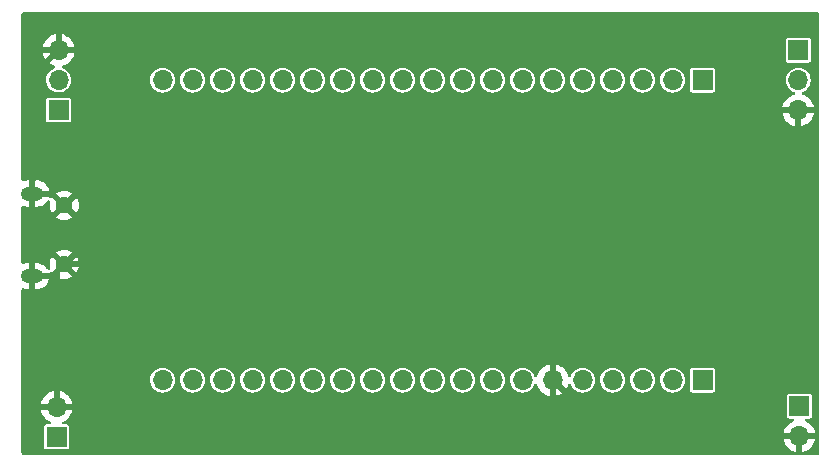
<source format=gbl>
G04 #@! TF.GenerationSoftware,KiCad,Pcbnew,(6.0.7)*
G04 #@! TF.CreationDate,2022-07-30T13:25:09+08:00*
G04 #@! TF.ProjectId,remote-switch,72656d6f-7465-42d7-9377-697463682e6b,rev?*
G04 #@! TF.SameCoordinates,Original*
G04 #@! TF.FileFunction,Copper,L2,Bot*
G04 #@! TF.FilePolarity,Positive*
%FSLAX46Y46*%
G04 Gerber Fmt 4.6, Leading zero omitted, Abs format (unit mm)*
G04 Created by KiCad (PCBNEW (6.0.7)) date 2022-07-30 13:25:09*
%MOMM*%
%LPD*%
G01*
G04 APERTURE LIST*
G04 #@! TA.AperFunction,ComponentPad*
%ADD10R,1.700000X1.700000*%
G04 #@! TD*
G04 #@! TA.AperFunction,ComponentPad*
%ADD11O,1.700000X1.700000*%
G04 #@! TD*
G04 #@! TA.AperFunction,ComponentPad*
%ADD12C,1.450000*%
G04 #@! TD*
G04 #@! TA.AperFunction,ComponentPad*
%ADD13O,1.900000X1.200000*%
G04 #@! TD*
G04 #@! TA.AperFunction,Conductor*
%ADD14C,0.550000*%
G04 #@! TD*
G04 #@! TA.AperFunction,Conductor*
%ADD15C,0.250000*%
G04 #@! TD*
G04 APERTURE END LIST*
D10*
X155300000Y-112460000D03*
D11*
X155300000Y-115000000D03*
X155300000Y-117540000D03*
D10*
X147200000Y-115000000D03*
D11*
X144660000Y-115000000D03*
X142120000Y-115000000D03*
X139580000Y-115000000D03*
X137040000Y-115000000D03*
X134500000Y-115000000D03*
X131960000Y-115000000D03*
X129420000Y-115000000D03*
X126880000Y-115000000D03*
X124340000Y-115000000D03*
X121800000Y-115000000D03*
X119260000Y-115000000D03*
X116720000Y-115000000D03*
X114180000Y-115000000D03*
X111640000Y-115000000D03*
X109100000Y-115000000D03*
X106560000Y-115000000D03*
X104020000Y-115000000D03*
X101480000Y-115000000D03*
D10*
X92500000Y-145200000D03*
D11*
X92500000Y-142660000D03*
D12*
X93152500Y-130600000D03*
D13*
X90452500Y-131600000D03*
X90452500Y-124600000D03*
D12*
X93152500Y-125600000D03*
D10*
X155400000Y-142600000D03*
D11*
X155400000Y-145140000D03*
D10*
X147200000Y-140400000D03*
D11*
X144660000Y-140400000D03*
X142120000Y-140400000D03*
X139580000Y-140400000D03*
X137040000Y-140400000D03*
X134500000Y-140400000D03*
X131960000Y-140400000D03*
X129420000Y-140400000D03*
X126880000Y-140400000D03*
X124340000Y-140400000D03*
X121800000Y-140400000D03*
X119260000Y-140400000D03*
X116720000Y-140400000D03*
X114180000Y-140400000D03*
X111640000Y-140400000D03*
X109100000Y-140400000D03*
X106560000Y-140400000D03*
X104020000Y-140400000D03*
X101480000Y-140400000D03*
D10*
X92675000Y-117525000D03*
D11*
X92675000Y-114985000D03*
X92675000Y-112445000D03*
D14*
X93152500Y-130600000D02*
X134400000Y-130600000D01*
D15*
X92500000Y-131252500D02*
X93152500Y-130600000D01*
D14*
X136840000Y-117540000D02*
X134500000Y-119880000D01*
X136840000Y-117540000D02*
X155300000Y-117540000D01*
X90452500Y-114667500D02*
X92675000Y-112445000D01*
D15*
X134400000Y-130600000D02*
X134500000Y-130700000D01*
D14*
X139240000Y-145140000D02*
X134500000Y-140400000D01*
X92500000Y-142660000D02*
X92500000Y-131252500D01*
X155400000Y-145140000D02*
X139240000Y-145140000D01*
X134500000Y-119880000D02*
X134500000Y-131000000D01*
X134500000Y-131000000D02*
X134500000Y-140400000D01*
X90452500Y-124600000D02*
X90452500Y-114667500D01*
D15*
X134500000Y-130700000D02*
X134500000Y-131000000D01*
G04 #@! TA.AperFunction,Conductor*
G36*
X156957773Y-109253502D02*
G01*
X156969586Y-109262101D01*
X156997514Y-109285021D01*
X157014979Y-109302486D01*
X157037899Y-109330414D01*
X157065653Y-109395761D01*
X157066500Y-109410348D01*
X157066500Y-146589652D01*
X157046498Y-146657773D01*
X157037899Y-146669586D01*
X157014979Y-146697514D01*
X156997514Y-146714979D01*
X156969586Y-146737899D01*
X156904239Y-146765653D01*
X156889652Y-146766500D01*
X89710348Y-146766500D01*
X89642227Y-146746498D01*
X89630414Y-146737899D01*
X89602486Y-146714979D01*
X89585021Y-146697514D01*
X89562101Y-146669586D01*
X89534347Y-146604239D01*
X89533500Y-146589652D01*
X89533500Y-142927966D01*
X91168257Y-142927966D01*
X91198565Y-143062446D01*
X91201645Y-143072275D01*
X91281770Y-143269603D01*
X91286413Y-143278794D01*
X91397694Y-143460388D01*
X91403777Y-143468699D01*
X91543213Y-143629667D01*
X91550580Y-143636883D01*
X91714434Y-143772916D01*
X91722881Y-143778831D01*
X91906756Y-143886279D01*
X91916043Y-143890729D01*
X91955484Y-143905790D01*
X92011987Y-143948778D01*
X92036280Y-144015489D01*
X92020650Y-144084743D01*
X91970059Y-144134554D01*
X91910535Y-144149500D01*
X91630252Y-144149500D01*
X91624184Y-144150707D01*
X91583939Y-144158712D01*
X91583938Y-144158712D01*
X91571769Y-144161133D01*
X91505448Y-144205448D01*
X91461133Y-144271769D01*
X91458712Y-144283938D01*
X91458712Y-144283939D01*
X91454571Y-144304757D01*
X91449500Y-144330252D01*
X91449500Y-146069748D01*
X91461133Y-146128231D01*
X91505448Y-146194552D01*
X91571769Y-146238867D01*
X91583938Y-146241288D01*
X91583939Y-146241288D01*
X91624184Y-146249293D01*
X91630252Y-146250500D01*
X93369748Y-146250500D01*
X93375816Y-146249293D01*
X93416061Y-146241288D01*
X93416062Y-146241288D01*
X93428231Y-146238867D01*
X93494552Y-146194552D01*
X93538867Y-146128231D01*
X93550500Y-146069748D01*
X93550500Y-145407966D01*
X154068257Y-145407966D01*
X154098565Y-145542446D01*
X154101645Y-145552275D01*
X154181770Y-145749603D01*
X154186413Y-145758794D01*
X154297694Y-145940388D01*
X154303777Y-145948699D01*
X154443213Y-146109667D01*
X154450580Y-146116883D01*
X154614434Y-146252916D01*
X154622881Y-146258831D01*
X154806756Y-146366279D01*
X154816042Y-146370729D01*
X155015001Y-146446703D01*
X155024899Y-146449579D01*
X155128250Y-146470606D01*
X155142299Y-146469410D01*
X155146000Y-146459065D01*
X155146000Y-146458517D01*
X155654000Y-146458517D01*
X155658064Y-146472359D01*
X155671478Y-146474393D01*
X155678184Y-146473534D01*
X155688262Y-146471392D01*
X155892255Y-146410191D01*
X155901842Y-146406433D01*
X156093095Y-146312739D01*
X156101945Y-146307464D01*
X156275328Y-146183792D01*
X156283200Y-146177139D01*
X156434052Y-146026812D01*
X156440730Y-146018965D01*
X156565003Y-145846020D01*
X156570313Y-145837183D01*
X156664670Y-145646267D01*
X156668469Y-145636672D01*
X156730377Y-145432910D01*
X156732555Y-145422837D01*
X156733986Y-145411962D01*
X156731775Y-145397778D01*
X156718617Y-145394000D01*
X155672115Y-145394000D01*
X155656876Y-145398475D01*
X155655671Y-145399865D01*
X155654000Y-145407548D01*
X155654000Y-146458517D01*
X155146000Y-146458517D01*
X155146000Y-145412115D01*
X155141525Y-145396876D01*
X155140135Y-145395671D01*
X155132452Y-145394000D01*
X154083225Y-145394000D01*
X154069694Y-145397973D01*
X154068257Y-145407966D01*
X93550500Y-145407966D01*
X93550500Y-144874183D01*
X154064389Y-144874183D01*
X154065912Y-144882607D01*
X154078292Y-144886000D01*
X156718344Y-144886000D01*
X156731875Y-144882027D01*
X156733180Y-144872947D01*
X156691214Y-144705875D01*
X156687894Y-144696124D01*
X156602972Y-144500814D01*
X156598105Y-144491739D01*
X156482426Y-144312926D01*
X156476136Y-144304757D01*
X156332806Y-144147240D01*
X156325273Y-144140215D01*
X156158139Y-144008222D01*
X156149552Y-144002517D01*
X155963117Y-143899599D01*
X155953705Y-143895369D01*
X155953435Y-143895273D01*
X155953341Y-143895205D01*
X155948989Y-143893249D01*
X155949393Y-143892351D01*
X155895899Y-143853679D01*
X155869983Y-143787581D01*
X155883917Y-143717965D01*
X155933276Y-143666934D01*
X155995495Y-143650500D01*
X156269748Y-143650500D01*
X156275816Y-143649293D01*
X156316061Y-143641288D01*
X156316062Y-143641288D01*
X156328231Y-143638867D01*
X156394552Y-143594552D01*
X156438867Y-143528231D01*
X156450500Y-143469748D01*
X156450500Y-141730252D01*
X156438867Y-141671769D01*
X156394552Y-141605448D01*
X156328231Y-141561133D01*
X156316062Y-141558712D01*
X156316061Y-141558712D01*
X156275816Y-141550707D01*
X156269748Y-141549500D01*
X154530252Y-141549500D01*
X154524184Y-141550707D01*
X154483939Y-141558712D01*
X154483938Y-141558712D01*
X154471769Y-141561133D01*
X154405448Y-141605448D01*
X154361133Y-141671769D01*
X154349500Y-141730252D01*
X154349500Y-143469748D01*
X154361133Y-143528231D01*
X154405448Y-143594552D01*
X154471769Y-143638867D01*
X154483938Y-143641288D01*
X154483939Y-143641288D01*
X154524184Y-143649293D01*
X154530252Y-143650500D01*
X154805233Y-143650500D01*
X154873354Y-143670502D01*
X154919847Y-143724158D01*
X154929951Y-143794432D01*
X154900457Y-143859012D01*
X154863413Y-143888263D01*
X154678463Y-143984542D01*
X154669738Y-143990036D01*
X154499433Y-144117905D01*
X154491726Y-144124748D01*
X154344590Y-144278717D01*
X154338104Y-144286727D01*
X154218098Y-144462649D01*
X154213000Y-144471623D01*
X154123338Y-144664783D01*
X154119775Y-144674470D01*
X154064389Y-144874183D01*
X93550500Y-144874183D01*
X93550500Y-144330252D01*
X93545429Y-144304757D01*
X93541288Y-144283939D01*
X93541288Y-144283938D01*
X93538867Y-144271769D01*
X93494552Y-144205448D01*
X93428231Y-144161133D01*
X93416062Y-144158712D01*
X93416061Y-144158712D01*
X93375816Y-144150707D01*
X93369748Y-144149500D01*
X93090107Y-144149500D01*
X93021986Y-144129498D01*
X92975493Y-144075842D01*
X92965389Y-144005568D01*
X92994883Y-143940988D01*
X93034675Y-143910349D01*
X93193090Y-143832742D01*
X93201945Y-143827464D01*
X93375328Y-143703792D01*
X93383200Y-143697139D01*
X93534052Y-143546812D01*
X93540730Y-143538965D01*
X93665003Y-143366020D01*
X93670313Y-143357183D01*
X93764670Y-143166267D01*
X93768469Y-143156672D01*
X93830377Y-142952910D01*
X93832555Y-142942837D01*
X93833986Y-142931962D01*
X93831775Y-142917778D01*
X93818617Y-142914000D01*
X91183225Y-142914000D01*
X91169694Y-142917973D01*
X91168257Y-142927966D01*
X89533500Y-142927966D01*
X89533500Y-142394183D01*
X91164389Y-142394183D01*
X91165912Y-142402607D01*
X91178292Y-142406000D01*
X92227885Y-142406000D01*
X92243124Y-142401525D01*
X92244329Y-142400135D01*
X92246000Y-142392452D01*
X92246000Y-142387885D01*
X92754000Y-142387885D01*
X92758475Y-142403124D01*
X92759865Y-142404329D01*
X92767548Y-142406000D01*
X93818344Y-142406000D01*
X93831875Y-142402027D01*
X93833180Y-142392947D01*
X93791214Y-142225875D01*
X93787894Y-142216124D01*
X93702972Y-142020814D01*
X93698105Y-142011739D01*
X93582426Y-141832926D01*
X93576136Y-141824757D01*
X93432806Y-141667240D01*
X93425273Y-141660215D01*
X93258139Y-141528222D01*
X93249552Y-141522517D01*
X93063117Y-141419599D01*
X93053705Y-141415369D01*
X92852959Y-141344280D01*
X92842988Y-141341646D01*
X92771837Y-141328972D01*
X92758540Y-141330432D01*
X92754000Y-141344989D01*
X92754000Y-142387885D01*
X92246000Y-142387885D01*
X92246000Y-141343102D01*
X92242082Y-141329758D01*
X92227806Y-141327771D01*
X92189324Y-141333660D01*
X92179288Y-141336051D01*
X91976868Y-141402212D01*
X91967359Y-141406209D01*
X91778463Y-141504542D01*
X91769738Y-141510036D01*
X91599433Y-141637905D01*
X91591726Y-141644748D01*
X91444590Y-141798717D01*
X91438104Y-141806727D01*
X91318098Y-141982649D01*
X91313000Y-141991623D01*
X91223338Y-142184783D01*
X91219775Y-142194470D01*
X91164389Y-142394183D01*
X89533500Y-142394183D01*
X89533500Y-140385262D01*
X100424520Y-140385262D01*
X100441759Y-140590553D01*
X100443458Y-140596478D01*
X100489395Y-140756678D01*
X100498544Y-140788586D01*
X100501359Y-140794063D01*
X100501360Y-140794066D01*
X100589897Y-140966341D01*
X100592712Y-140971818D01*
X100720677Y-141133270D01*
X100725370Y-141137264D01*
X100725371Y-141137265D01*
X100799541Y-141200388D01*
X100877564Y-141266791D01*
X100882942Y-141269797D01*
X100882944Y-141269798D01*
X100913387Y-141286812D01*
X101057398Y-141367297D01*
X101141280Y-141394552D01*
X101247471Y-141429056D01*
X101247475Y-141429057D01*
X101253329Y-141430959D01*
X101457894Y-141455351D01*
X101464029Y-141454879D01*
X101464031Y-141454879D01*
X101536625Y-141449293D01*
X101663300Y-141439546D01*
X101669230Y-141437890D01*
X101669232Y-141437890D01*
X101855797Y-141385800D01*
X101855796Y-141385800D01*
X101861725Y-141384145D01*
X101867214Y-141381372D01*
X101867220Y-141381370D01*
X102040116Y-141294033D01*
X102045610Y-141291258D01*
X102061345Y-141278965D01*
X102203101Y-141168213D01*
X102207951Y-141164424D01*
X102265992Y-141097183D01*
X102338540Y-141013134D01*
X102338540Y-141013133D01*
X102342564Y-141008472D01*
X102363387Y-140971818D01*
X102381056Y-140940714D01*
X102444323Y-140829344D01*
X102509351Y-140633863D01*
X102535171Y-140429474D01*
X102535583Y-140400000D01*
X102534138Y-140385262D01*
X102964520Y-140385262D01*
X102981759Y-140590553D01*
X102983458Y-140596478D01*
X103029395Y-140756678D01*
X103038544Y-140788586D01*
X103041359Y-140794063D01*
X103041360Y-140794066D01*
X103129897Y-140966341D01*
X103132712Y-140971818D01*
X103260677Y-141133270D01*
X103265370Y-141137264D01*
X103265371Y-141137265D01*
X103339541Y-141200388D01*
X103417564Y-141266791D01*
X103422942Y-141269797D01*
X103422944Y-141269798D01*
X103453387Y-141286812D01*
X103597398Y-141367297D01*
X103681280Y-141394552D01*
X103787471Y-141429056D01*
X103787475Y-141429057D01*
X103793329Y-141430959D01*
X103997894Y-141455351D01*
X104004029Y-141454879D01*
X104004031Y-141454879D01*
X104076625Y-141449293D01*
X104203300Y-141439546D01*
X104209230Y-141437890D01*
X104209232Y-141437890D01*
X104395797Y-141385800D01*
X104395796Y-141385800D01*
X104401725Y-141384145D01*
X104407214Y-141381372D01*
X104407220Y-141381370D01*
X104580116Y-141294033D01*
X104585610Y-141291258D01*
X104601345Y-141278965D01*
X104743101Y-141168213D01*
X104747951Y-141164424D01*
X104805992Y-141097183D01*
X104878540Y-141013134D01*
X104878540Y-141013133D01*
X104882564Y-141008472D01*
X104903387Y-140971818D01*
X104921056Y-140940714D01*
X104984323Y-140829344D01*
X105049351Y-140633863D01*
X105075171Y-140429474D01*
X105075583Y-140400000D01*
X105074138Y-140385262D01*
X105504520Y-140385262D01*
X105521759Y-140590553D01*
X105523458Y-140596478D01*
X105569395Y-140756678D01*
X105578544Y-140788586D01*
X105581359Y-140794063D01*
X105581360Y-140794066D01*
X105669897Y-140966341D01*
X105672712Y-140971818D01*
X105800677Y-141133270D01*
X105805370Y-141137264D01*
X105805371Y-141137265D01*
X105879541Y-141200388D01*
X105957564Y-141266791D01*
X105962942Y-141269797D01*
X105962944Y-141269798D01*
X105993387Y-141286812D01*
X106137398Y-141367297D01*
X106221280Y-141394552D01*
X106327471Y-141429056D01*
X106327475Y-141429057D01*
X106333329Y-141430959D01*
X106537894Y-141455351D01*
X106544029Y-141454879D01*
X106544031Y-141454879D01*
X106616625Y-141449293D01*
X106743300Y-141439546D01*
X106749230Y-141437890D01*
X106749232Y-141437890D01*
X106935797Y-141385800D01*
X106935796Y-141385800D01*
X106941725Y-141384145D01*
X106947214Y-141381372D01*
X106947220Y-141381370D01*
X107120116Y-141294033D01*
X107125610Y-141291258D01*
X107141345Y-141278965D01*
X107283101Y-141168213D01*
X107287951Y-141164424D01*
X107345992Y-141097183D01*
X107418540Y-141013134D01*
X107418540Y-141013133D01*
X107422564Y-141008472D01*
X107443387Y-140971818D01*
X107461056Y-140940714D01*
X107524323Y-140829344D01*
X107589351Y-140633863D01*
X107615171Y-140429474D01*
X107615583Y-140400000D01*
X107614138Y-140385262D01*
X108044520Y-140385262D01*
X108061759Y-140590553D01*
X108063458Y-140596478D01*
X108109395Y-140756678D01*
X108118544Y-140788586D01*
X108121359Y-140794063D01*
X108121360Y-140794066D01*
X108209897Y-140966341D01*
X108212712Y-140971818D01*
X108340677Y-141133270D01*
X108345370Y-141137264D01*
X108345371Y-141137265D01*
X108419541Y-141200388D01*
X108497564Y-141266791D01*
X108502942Y-141269797D01*
X108502944Y-141269798D01*
X108533387Y-141286812D01*
X108677398Y-141367297D01*
X108761280Y-141394552D01*
X108867471Y-141429056D01*
X108867475Y-141429057D01*
X108873329Y-141430959D01*
X109077894Y-141455351D01*
X109084029Y-141454879D01*
X109084031Y-141454879D01*
X109156625Y-141449293D01*
X109283300Y-141439546D01*
X109289230Y-141437890D01*
X109289232Y-141437890D01*
X109475797Y-141385800D01*
X109475796Y-141385800D01*
X109481725Y-141384145D01*
X109487214Y-141381372D01*
X109487220Y-141381370D01*
X109660116Y-141294033D01*
X109665610Y-141291258D01*
X109681345Y-141278965D01*
X109823101Y-141168213D01*
X109827951Y-141164424D01*
X109885992Y-141097183D01*
X109958540Y-141013134D01*
X109958540Y-141013133D01*
X109962564Y-141008472D01*
X109983387Y-140971818D01*
X110001056Y-140940714D01*
X110064323Y-140829344D01*
X110129351Y-140633863D01*
X110155171Y-140429474D01*
X110155583Y-140400000D01*
X110154138Y-140385262D01*
X110584520Y-140385262D01*
X110601759Y-140590553D01*
X110603458Y-140596478D01*
X110649395Y-140756678D01*
X110658544Y-140788586D01*
X110661359Y-140794063D01*
X110661360Y-140794066D01*
X110749897Y-140966341D01*
X110752712Y-140971818D01*
X110880677Y-141133270D01*
X110885370Y-141137264D01*
X110885371Y-141137265D01*
X110959541Y-141200388D01*
X111037564Y-141266791D01*
X111042942Y-141269797D01*
X111042944Y-141269798D01*
X111073387Y-141286812D01*
X111217398Y-141367297D01*
X111301280Y-141394552D01*
X111407471Y-141429056D01*
X111407475Y-141429057D01*
X111413329Y-141430959D01*
X111617894Y-141455351D01*
X111624029Y-141454879D01*
X111624031Y-141454879D01*
X111696625Y-141449293D01*
X111823300Y-141439546D01*
X111829230Y-141437890D01*
X111829232Y-141437890D01*
X112015797Y-141385800D01*
X112015796Y-141385800D01*
X112021725Y-141384145D01*
X112027214Y-141381372D01*
X112027220Y-141381370D01*
X112200116Y-141294033D01*
X112205610Y-141291258D01*
X112221345Y-141278965D01*
X112363101Y-141168213D01*
X112367951Y-141164424D01*
X112425992Y-141097183D01*
X112498540Y-141013134D01*
X112498540Y-141013133D01*
X112502564Y-141008472D01*
X112523387Y-140971818D01*
X112541056Y-140940714D01*
X112604323Y-140829344D01*
X112669351Y-140633863D01*
X112695171Y-140429474D01*
X112695583Y-140400000D01*
X112694138Y-140385262D01*
X113124520Y-140385262D01*
X113141759Y-140590553D01*
X113143458Y-140596478D01*
X113189395Y-140756678D01*
X113198544Y-140788586D01*
X113201359Y-140794063D01*
X113201360Y-140794066D01*
X113289897Y-140966341D01*
X113292712Y-140971818D01*
X113420677Y-141133270D01*
X113425370Y-141137264D01*
X113425371Y-141137265D01*
X113499541Y-141200388D01*
X113577564Y-141266791D01*
X113582942Y-141269797D01*
X113582944Y-141269798D01*
X113613387Y-141286812D01*
X113757398Y-141367297D01*
X113841280Y-141394552D01*
X113947471Y-141429056D01*
X113947475Y-141429057D01*
X113953329Y-141430959D01*
X114157894Y-141455351D01*
X114164029Y-141454879D01*
X114164031Y-141454879D01*
X114236625Y-141449293D01*
X114363300Y-141439546D01*
X114369230Y-141437890D01*
X114369232Y-141437890D01*
X114555797Y-141385800D01*
X114555796Y-141385800D01*
X114561725Y-141384145D01*
X114567214Y-141381372D01*
X114567220Y-141381370D01*
X114740116Y-141294033D01*
X114745610Y-141291258D01*
X114761345Y-141278965D01*
X114903101Y-141168213D01*
X114907951Y-141164424D01*
X114965992Y-141097183D01*
X115038540Y-141013134D01*
X115038540Y-141013133D01*
X115042564Y-141008472D01*
X115063387Y-140971818D01*
X115081056Y-140940714D01*
X115144323Y-140829344D01*
X115209351Y-140633863D01*
X115235171Y-140429474D01*
X115235583Y-140400000D01*
X115234138Y-140385262D01*
X115664520Y-140385262D01*
X115681759Y-140590553D01*
X115683458Y-140596478D01*
X115729395Y-140756678D01*
X115738544Y-140788586D01*
X115741359Y-140794063D01*
X115741360Y-140794066D01*
X115829897Y-140966341D01*
X115832712Y-140971818D01*
X115960677Y-141133270D01*
X115965370Y-141137264D01*
X115965371Y-141137265D01*
X116039541Y-141200388D01*
X116117564Y-141266791D01*
X116122942Y-141269797D01*
X116122944Y-141269798D01*
X116153387Y-141286812D01*
X116297398Y-141367297D01*
X116381280Y-141394552D01*
X116487471Y-141429056D01*
X116487475Y-141429057D01*
X116493329Y-141430959D01*
X116697894Y-141455351D01*
X116704029Y-141454879D01*
X116704031Y-141454879D01*
X116776625Y-141449293D01*
X116903300Y-141439546D01*
X116909230Y-141437890D01*
X116909232Y-141437890D01*
X117095797Y-141385800D01*
X117095796Y-141385800D01*
X117101725Y-141384145D01*
X117107214Y-141381372D01*
X117107220Y-141381370D01*
X117280116Y-141294033D01*
X117285610Y-141291258D01*
X117301345Y-141278965D01*
X117443101Y-141168213D01*
X117447951Y-141164424D01*
X117505992Y-141097183D01*
X117578540Y-141013134D01*
X117578540Y-141013133D01*
X117582564Y-141008472D01*
X117603387Y-140971818D01*
X117621056Y-140940714D01*
X117684323Y-140829344D01*
X117749351Y-140633863D01*
X117775171Y-140429474D01*
X117775583Y-140400000D01*
X117774138Y-140385262D01*
X118204520Y-140385262D01*
X118221759Y-140590553D01*
X118223458Y-140596478D01*
X118269395Y-140756678D01*
X118278544Y-140788586D01*
X118281359Y-140794063D01*
X118281360Y-140794066D01*
X118369897Y-140966341D01*
X118372712Y-140971818D01*
X118500677Y-141133270D01*
X118505370Y-141137264D01*
X118505371Y-141137265D01*
X118579541Y-141200388D01*
X118657564Y-141266791D01*
X118662942Y-141269797D01*
X118662944Y-141269798D01*
X118693387Y-141286812D01*
X118837398Y-141367297D01*
X118921280Y-141394552D01*
X119027471Y-141429056D01*
X119027475Y-141429057D01*
X119033329Y-141430959D01*
X119237894Y-141455351D01*
X119244029Y-141454879D01*
X119244031Y-141454879D01*
X119316625Y-141449293D01*
X119443300Y-141439546D01*
X119449230Y-141437890D01*
X119449232Y-141437890D01*
X119635797Y-141385800D01*
X119635796Y-141385800D01*
X119641725Y-141384145D01*
X119647214Y-141381372D01*
X119647220Y-141381370D01*
X119820116Y-141294033D01*
X119825610Y-141291258D01*
X119841345Y-141278965D01*
X119983101Y-141168213D01*
X119987951Y-141164424D01*
X120045992Y-141097183D01*
X120118540Y-141013134D01*
X120118540Y-141013133D01*
X120122564Y-141008472D01*
X120143387Y-140971818D01*
X120161056Y-140940714D01*
X120224323Y-140829344D01*
X120289351Y-140633863D01*
X120315171Y-140429474D01*
X120315583Y-140400000D01*
X120314138Y-140385262D01*
X120744520Y-140385262D01*
X120761759Y-140590553D01*
X120763458Y-140596478D01*
X120809395Y-140756678D01*
X120818544Y-140788586D01*
X120821359Y-140794063D01*
X120821360Y-140794066D01*
X120909897Y-140966341D01*
X120912712Y-140971818D01*
X121040677Y-141133270D01*
X121045370Y-141137264D01*
X121045371Y-141137265D01*
X121119541Y-141200388D01*
X121197564Y-141266791D01*
X121202942Y-141269797D01*
X121202944Y-141269798D01*
X121233387Y-141286812D01*
X121377398Y-141367297D01*
X121461280Y-141394552D01*
X121567471Y-141429056D01*
X121567475Y-141429057D01*
X121573329Y-141430959D01*
X121777894Y-141455351D01*
X121784029Y-141454879D01*
X121784031Y-141454879D01*
X121856625Y-141449293D01*
X121983300Y-141439546D01*
X121989230Y-141437890D01*
X121989232Y-141437890D01*
X122175797Y-141385800D01*
X122175796Y-141385800D01*
X122181725Y-141384145D01*
X122187214Y-141381372D01*
X122187220Y-141381370D01*
X122360116Y-141294033D01*
X122365610Y-141291258D01*
X122381345Y-141278965D01*
X122523101Y-141168213D01*
X122527951Y-141164424D01*
X122585992Y-141097183D01*
X122658540Y-141013134D01*
X122658540Y-141013133D01*
X122662564Y-141008472D01*
X122683387Y-140971818D01*
X122701056Y-140940714D01*
X122764323Y-140829344D01*
X122829351Y-140633863D01*
X122855171Y-140429474D01*
X122855583Y-140400000D01*
X122854138Y-140385262D01*
X123284520Y-140385262D01*
X123301759Y-140590553D01*
X123303458Y-140596478D01*
X123349395Y-140756678D01*
X123358544Y-140788586D01*
X123361359Y-140794063D01*
X123361360Y-140794066D01*
X123449897Y-140966341D01*
X123452712Y-140971818D01*
X123580677Y-141133270D01*
X123585370Y-141137264D01*
X123585371Y-141137265D01*
X123659541Y-141200388D01*
X123737564Y-141266791D01*
X123742942Y-141269797D01*
X123742944Y-141269798D01*
X123773387Y-141286812D01*
X123917398Y-141367297D01*
X124001280Y-141394552D01*
X124107471Y-141429056D01*
X124107475Y-141429057D01*
X124113329Y-141430959D01*
X124317894Y-141455351D01*
X124324029Y-141454879D01*
X124324031Y-141454879D01*
X124396625Y-141449293D01*
X124523300Y-141439546D01*
X124529230Y-141437890D01*
X124529232Y-141437890D01*
X124715797Y-141385800D01*
X124715796Y-141385800D01*
X124721725Y-141384145D01*
X124727214Y-141381372D01*
X124727220Y-141381370D01*
X124900116Y-141294033D01*
X124905610Y-141291258D01*
X124921345Y-141278965D01*
X125063101Y-141168213D01*
X125067951Y-141164424D01*
X125125992Y-141097183D01*
X125198540Y-141013134D01*
X125198540Y-141013133D01*
X125202564Y-141008472D01*
X125223387Y-140971818D01*
X125241056Y-140940714D01*
X125304323Y-140829344D01*
X125369351Y-140633863D01*
X125395171Y-140429474D01*
X125395583Y-140400000D01*
X125394138Y-140385262D01*
X125824520Y-140385262D01*
X125841759Y-140590553D01*
X125843458Y-140596478D01*
X125889395Y-140756678D01*
X125898544Y-140788586D01*
X125901359Y-140794063D01*
X125901360Y-140794066D01*
X125989897Y-140966341D01*
X125992712Y-140971818D01*
X126120677Y-141133270D01*
X126125370Y-141137264D01*
X126125371Y-141137265D01*
X126199541Y-141200388D01*
X126277564Y-141266791D01*
X126282942Y-141269797D01*
X126282944Y-141269798D01*
X126313387Y-141286812D01*
X126457398Y-141367297D01*
X126541280Y-141394552D01*
X126647471Y-141429056D01*
X126647475Y-141429057D01*
X126653329Y-141430959D01*
X126857894Y-141455351D01*
X126864029Y-141454879D01*
X126864031Y-141454879D01*
X126936625Y-141449293D01*
X127063300Y-141439546D01*
X127069230Y-141437890D01*
X127069232Y-141437890D01*
X127255797Y-141385800D01*
X127255796Y-141385800D01*
X127261725Y-141384145D01*
X127267214Y-141381372D01*
X127267220Y-141381370D01*
X127440116Y-141294033D01*
X127445610Y-141291258D01*
X127461345Y-141278965D01*
X127603101Y-141168213D01*
X127607951Y-141164424D01*
X127665992Y-141097183D01*
X127738540Y-141013134D01*
X127738540Y-141013133D01*
X127742564Y-141008472D01*
X127763387Y-140971818D01*
X127781056Y-140940714D01*
X127844323Y-140829344D01*
X127909351Y-140633863D01*
X127935171Y-140429474D01*
X127935583Y-140400000D01*
X127934138Y-140385262D01*
X128364520Y-140385262D01*
X128381759Y-140590553D01*
X128383458Y-140596478D01*
X128429395Y-140756678D01*
X128438544Y-140788586D01*
X128441359Y-140794063D01*
X128441360Y-140794066D01*
X128529897Y-140966341D01*
X128532712Y-140971818D01*
X128660677Y-141133270D01*
X128665370Y-141137264D01*
X128665371Y-141137265D01*
X128739541Y-141200388D01*
X128817564Y-141266791D01*
X128822942Y-141269797D01*
X128822944Y-141269798D01*
X128853387Y-141286812D01*
X128997398Y-141367297D01*
X129081280Y-141394552D01*
X129187471Y-141429056D01*
X129187475Y-141429057D01*
X129193329Y-141430959D01*
X129397894Y-141455351D01*
X129404029Y-141454879D01*
X129404031Y-141454879D01*
X129476625Y-141449293D01*
X129603300Y-141439546D01*
X129609230Y-141437890D01*
X129609232Y-141437890D01*
X129795797Y-141385800D01*
X129795796Y-141385800D01*
X129801725Y-141384145D01*
X129807214Y-141381372D01*
X129807220Y-141381370D01*
X129980116Y-141294033D01*
X129985610Y-141291258D01*
X130001345Y-141278965D01*
X130143101Y-141168213D01*
X130147951Y-141164424D01*
X130205992Y-141097183D01*
X130278540Y-141013134D01*
X130278540Y-141013133D01*
X130282564Y-141008472D01*
X130303387Y-140971818D01*
X130321056Y-140940714D01*
X130384323Y-140829344D01*
X130449351Y-140633863D01*
X130475171Y-140429474D01*
X130475583Y-140400000D01*
X130474138Y-140385262D01*
X130904520Y-140385262D01*
X130921759Y-140590553D01*
X130923458Y-140596478D01*
X130969395Y-140756678D01*
X130978544Y-140788586D01*
X130981359Y-140794063D01*
X130981360Y-140794066D01*
X131069897Y-140966341D01*
X131072712Y-140971818D01*
X131200677Y-141133270D01*
X131205370Y-141137264D01*
X131205371Y-141137265D01*
X131279541Y-141200388D01*
X131357564Y-141266791D01*
X131362942Y-141269797D01*
X131362944Y-141269798D01*
X131393387Y-141286812D01*
X131537398Y-141367297D01*
X131621280Y-141394552D01*
X131727471Y-141429056D01*
X131727475Y-141429057D01*
X131733329Y-141430959D01*
X131937894Y-141455351D01*
X131944029Y-141454879D01*
X131944031Y-141454879D01*
X132016625Y-141449293D01*
X132143300Y-141439546D01*
X132149230Y-141437890D01*
X132149232Y-141437890D01*
X132335797Y-141385800D01*
X132335796Y-141385800D01*
X132341725Y-141384145D01*
X132347214Y-141381372D01*
X132347220Y-141381370D01*
X132520116Y-141294033D01*
X132525610Y-141291258D01*
X132541345Y-141278965D01*
X132683101Y-141168213D01*
X132687951Y-141164424D01*
X132745992Y-141097183D01*
X132818540Y-141013134D01*
X132818540Y-141013133D01*
X132822564Y-141008472D01*
X132843387Y-140971818D01*
X132861056Y-140940714D01*
X132924323Y-140829344D01*
X132933271Y-140802444D01*
X132948496Y-140756678D01*
X132988978Y-140698354D01*
X133054566Y-140671175D01*
X133124437Y-140683770D01*
X133176406Y-140732141D01*
X133190971Y-140768751D01*
X133198564Y-140802444D01*
X133201645Y-140812275D01*
X133281770Y-141009603D01*
X133286413Y-141018794D01*
X133397694Y-141200388D01*
X133403777Y-141208699D01*
X133543213Y-141369667D01*
X133550580Y-141376883D01*
X133714434Y-141512916D01*
X133722881Y-141518831D01*
X133906756Y-141626279D01*
X133916042Y-141630729D01*
X134115001Y-141706703D01*
X134124899Y-141709579D01*
X134228250Y-141730606D01*
X134242299Y-141729410D01*
X134246000Y-141719065D01*
X134246000Y-141718517D01*
X134754000Y-141718517D01*
X134758064Y-141732359D01*
X134771478Y-141734393D01*
X134778184Y-141733534D01*
X134788262Y-141731392D01*
X134992255Y-141670191D01*
X135001842Y-141666433D01*
X135193095Y-141572739D01*
X135201945Y-141567464D01*
X135375328Y-141443792D01*
X135383200Y-141437139D01*
X135534052Y-141286812D01*
X135540730Y-141278965D01*
X135665003Y-141106020D01*
X135670313Y-141097183D01*
X135764670Y-140906267D01*
X135768469Y-140896672D01*
X135809593Y-140761319D01*
X135848534Y-140701955D01*
X135913388Y-140673068D01*
X135983564Y-140683830D01*
X136036782Y-140730823D01*
X136051270Y-140763217D01*
X136058544Y-140788586D01*
X136061359Y-140794063D01*
X136061360Y-140794066D01*
X136149897Y-140966341D01*
X136152712Y-140971818D01*
X136280677Y-141133270D01*
X136285370Y-141137264D01*
X136285371Y-141137265D01*
X136359541Y-141200388D01*
X136437564Y-141266791D01*
X136442942Y-141269797D01*
X136442944Y-141269798D01*
X136473387Y-141286812D01*
X136617398Y-141367297D01*
X136701280Y-141394552D01*
X136807471Y-141429056D01*
X136807475Y-141429057D01*
X136813329Y-141430959D01*
X137017894Y-141455351D01*
X137024029Y-141454879D01*
X137024031Y-141454879D01*
X137096625Y-141449293D01*
X137223300Y-141439546D01*
X137229230Y-141437890D01*
X137229232Y-141437890D01*
X137415797Y-141385800D01*
X137415796Y-141385800D01*
X137421725Y-141384145D01*
X137427214Y-141381372D01*
X137427220Y-141381370D01*
X137600116Y-141294033D01*
X137605610Y-141291258D01*
X137621345Y-141278965D01*
X137763101Y-141168213D01*
X137767951Y-141164424D01*
X137825992Y-141097183D01*
X137898540Y-141013134D01*
X137898540Y-141013133D01*
X137902564Y-141008472D01*
X137923387Y-140971818D01*
X137941056Y-140940714D01*
X138004323Y-140829344D01*
X138069351Y-140633863D01*
X138095171Y-140429474D01*
X138095583Y-140400000D01*
X138094138Y-140385262D01*
X138524520Y-140385262D01*
X138541759Y-140590553D01*
X138543458Y-140596478D01*
X138589395Y-140756678D01*
X138598544Y-140788586D01*
X138601359Y-140794063D01*
X138601360Y-140794066D01*
X138689897Y-140966341D01*
X138692712Y-140971818D01*
X138820677Y-141133270D01*
X138825370Y-141137264D01*
X138825371Y-141137265D01*
X138899541Y-141200388D01*
X138977564Y-141266791D01*
X138982942Y-141269797D01*
X138982944Y-141269798D01*
X139013387Y-141286812D01*
X139157398Y-141367297D01*
X139241280Y-141394552D01*
X139347471Y-141429056D01*
X139347475Y-141429057D01*
X139353329Y-141430959D01*
X139557894Y-141455351D01*
X139564029Y-141454879D01*
X139564031Y-141454879D01*
X139636625Y-141449293D01*
X139763300Y-141439546D01*
X139769230Y-141437890D01*
X139769232Y-141437890D01*
X139955797Y-141385800D01*
X139955796Y-141385800D01*
X139961725Y-141384145D01*
X139967214Y-141381372D01*
X139967220Y-141381370D01*
X140140116Y-141294033D01*
X140145610Y-141291258D01*
X140161345Y-141278965D01*
X140303101Y-141168213D01*
X140307951Y-141164424D01*
X140365992Y-141097183D01*
X140438540Y-141013134D01*
X140438540Y-141013133D01*
X140442564Y-141008472D01*
X140463387Y-140971818D01*
X140481056Y-140940714D01*
X140544323Y-140829344D01*
X140609351Y-140633863D01*
X140635171Y-140429474D01*
X140635583Y-140400000D01*
X140634138Y-140385262D01*
X141064520Y-140385262D01*
X141081759Y-140590553D01*
X141083458Y-140596478D01*
X141129395Y-140756678D01*
X141138544Y-140788586D01*
X141141359Y-140794063D01*
X141141360Y-140794066D01*
X141229897Y-140966341D01*
X141232712Y-140971818D01*
X141360677Y-141133270D01*
X141365370Y-141137264D01*
X141365371Y-141137265D01*
X141439541Y-141200388D01*
X141517564Y-141266791D01*
X141522942Y-141269797D01*
X141522944Y-141269798D01*
X141553387Y-141286812D01*
X141697398Y-141367297D01*
X141781280Y-141394552D01*
X141887471Y-141429056D01*
X141887475Y-141429057D01*
X141893329Y-141430959D01*
X142097894Y-141455351D01*
X142104029Y-141454879D01*
X142104031Y-141454879D01*
X142176625Y-141449293D01*
X142303300Y-141439546D01*
X142309230Y-141437890D01*
X142309232Y-141437890D01*
X142495797Y-141385800D01*
X142495796Y-141385800D01*
X142501725Y-141384145D01*
X142507214Y-141381372D01*
X142507220Y-141381370D01*
X142680116Y-141294033D01*
X142685610Y-141291258D01*
X142701345Y-141278965D01*
X142843101Y-141168213D01*
X142847951Y-141164424D01*
X142905992Y-141097183D01*
X142978540Y-141013134D01*
X142978540Y-141013133D01*
X142982564Y-141008472D01*
X143003387Y-140971818D01*
X143021056Y-140940714D01*
X143084323Y-140829344D01*
X143149351Y-140633863D01*
X143175171Y-140429474D01*
X143175583Y-140400000D01*
X143174138Y-140385262D01*
X143604520Y-140385262D01*
X143621759Y-140590553D01*
X143623458Y-140596478D01*
X143669395Y-140756678D01*
X143678544Y-140788586D01*
X143681359Y-140794063D01*
X143681360Y-140794066D01*
X143769897Y-140966341D01*
X143772712Y-140971818D01*
X143900677Y-141133270D01*
X143905370Y-141137264D01*
X143905371Y-141137265D01*
X143979541Y-141200388D01*
X144057564Y-141266791D01*
X144062942Y-141269797D01*
X144062944Y-141269798D01*
X144093387Y-141286812D01*
X144237398Y-141367297D01*
X144321280Y-141394552D01*
X144427471Y-141429056D01*
X144427475Y-141429057D01*
X144433329Y-141430959D01*
X144637894Y-141455351D01*
X144644029Y-141454879D01*
X144644031Y-141454879D01*
X144716625Y-141449293D01*
X144843300Y-141439546D01*
X144849230Y-141437890D01*
X144849232Y-141437890D01*
X145035797Y-141385800D01*
X145035796Y-141385800D01*
X145041725Y-141384145D01*
X145047214Y-141381372D01*
X145047220Y-141381370D01*
X145220116Y-141294033D01*
X145225610Y-141291258D01*
X145241345Y-141278965D01*
X145253142Y-141269748D01*
X146149500Y-141269748D01*
X146150707Y-141275816D01*
X146154331Y-141294033D01*
X146161133Y-141328231D01*
X146168026Y-141338547D01*
X146184137Y-141362658D01*
X146205448Y-141394552D01*
X146271769Y-141438867D01*
X146283938Y-141441288D01*
X146283939Y-141441288D01*
X146324184Y-141449293D01*
X146330252Y-141450500D01*
X148069748Y-141450500D01*
X148075816Y-141449293D01*
X148116061Y-141441288D01*
X148116062Y-141441288D01*
X148128231Y-141438867D01*
X148194552Y-141394552D01*
X148215863Y-141362658D01*
X148231974Y-141338547D01*
X148238867Y-141328231D01*
X148245670Y-141294033D01*
X148249293Y-141275816D01*
X148250500Y-141269748D01*
X148250500Y-139530252D01*
X148238867Y-139471769D01*
X148194552Y-139405448D01*
X148128231Y-139361133D01*
X148116062Y-139358712D01*
X148116061Y-139358712D01*
X148075816Y-139350707D01*
X148069748Y-139349500D01*
X146330252Y-139349500D01*
X146324184Y-139350707D01*
X146283939Y-139358712D01*
X146283938Y-139358712D01*
X146271769Y-139361133D01*
X146205448Y-139405448D01*
X146161133Y-139471769D01*
X146149500Y-139530252D01*
X146149500Y-141269748D01*
X145253142Y-141269748D01*
X145383101Y-141168213D01*
X145387951Y-141164424D01*
X145445992Y-141097183D01*
X145518540Y-141013134D01*
X145518540Y-141013133D01*
X145522564Y-141008472D01*
X145543387Y-140971818D01*
X145561056Y-140940714D01*
X145624323Y-140829344D01*
X145689351Y-140633863D01*
X145715171Y-140429474D01*
X145715583Y-140400000D01*
X145695480Y-140194970D01*
X145635935Y-139997749D01*
X145539218Y-139815849D01*
X145463206Y-139722649D01*
X145412906Y-139660975D01*
X145412903Y-139660972D01*
X145409011Y-139656200D01*
X145391786Y-139641950D01*
X145255025Y-139528811D01*
X145255021Y-139528809D01*
X145250275Y-139524882D01*
X145069055Y-139426897D01*
X144872254Y-139365977D01*
X144866129Y-139365333D01*
X144866128Y-139365333D01*
X144673498Y-139345087D01*
X144673496Y-139345087D01*
X144667369Y-139344443D01*
X144580529Y-139352346D01*
X144468342Y-139362555D01*
X144468339Y-139362556D01*
X144462203Y-139363114D01*
X144264572Y-139421280D01*
X144082002Y-139516726D01*
X144077201Y-139520586D01*
X144077198Y-139520588D01*
X144044688Y-139546727D01*
X143921447Y-139645815D01*
X143789024Y-139803630D01*
X143786056Y-139809028D01*
X143786053Y-139809033D01*
X143779315Y-139821290D01*
X143689776Y-139984162D01*
X143627484Y-140180532D01*
X143626798Y-140186649D01*
X143626797Y-140186653D01*
X143605207Y-140379137D01*
X143604520Y-140385262D01*
X143174138Y-140385262D01*
X143155480Y-140194970D01*
X143095935Y-139997749D01*
X142999218Y-139815849D01*
X142923206Y-139722649D01*
X142872906Y-139660975D01*
X142872903Y-139660972D01*
X142869011Y-139656200D01*
X142851786Y-139641950D01*
X142715025Y-139528811D01*
X142715021Y-139528809D01*
X142710275Y-139524882D01*
X142529055Y-139426897D01*
X142332254Y-139365977D01*
X142326129Y-139365333D01*
X142326128Y-139365333D01*
X142133498Y-139345087D01*
X142133496Y-139345087D01*
X142127369Y-139344443D01*
X142040529Y-139352346D01*
X141928342Y-139362555D01*
X141928339Y-139362556D01*
X141922203Y-139363114D01*
X141724572Y-139421280D01*
X141542002Y-139516726D01*
X141537201Y-139520586D01*
X141537198Y-139520588D01*
X141504688Y-139546727D01*
X141381447Y-139645815D01*
X141249024Y-139803630D01*
X141246056Y-139809028D01*
X141246053Y-139809033D01*
X141239315Y-139821290D01*
X141149776Y-139984162D01*
X141087484Y-140180532D01*
X141086798Y-140186649D01*
X141086797Y-140186653D01*
X141065207Y-140379137D01*
X141064520Y-140385262D01*
X140634138Y-140385262D01*
X140615480Y-140194970D01*
X140555935Y-139997749D01*
X140459218Y-139815849D01*
X140383206Y-139722649D01*
X140332906Y-139660975D01*
X140332903Y-139660972D01*
X140329011Y-139656200D01*
X140311786Y-139641950D01*
X140175025Y-139528811D01*
X140175021Y-139528809D01*
X140170275Y-139524882D01*
X139989055Y-139426897D01*
X139792254Y-139365977D01*
X139786129Y-139365333D01*
X139786128Y-139365333D01*
X139593498Y-139345087D01*
X139593496Y-139345087D01*
X139587369Y-139344443D01*
X139500529Y-139352346D01*
X139388342Y-139362555D01*
X139388339Y-139362556D01*
X139382203Y-139363114D01*
X139184572Y-139421280D01*
X139002002Y-139516726D01*
X138997201Y-139520586D01*
X138997198Y-139520588D01*
X138964688Y-139546727D01*
X138841447Y-139645815D01*
X138709024Y-139803630D01*
X138706056Y-139809028D01*
X138706053Y-139809033D01*
X138699315Y-139821290D01*
X138609776Y-139984162D01*
X138547484Y-140180532D01*
X138546798Y-140186649D01*
X138546797Y-140186653D01*
X138525207Y-140379137D01*
X138524520Y-140385262D01*
X138094138Y-140385262D01*
X138075480Y-140194970D01*
X138015935Y-139997749D01*
X137919218Y-139815849D01*
X137843206Y-139722649D01*
X137792906Y-139660975D01*
X137792903Y-139660972D01*
X137789011Y-139656200D01*
X137771786Y-139641950D01*
X137635025Y-139528811D01*
X137635021Y-139528809D01*
X137630275Y-139524882D01*
X137449055Y-139426897D01*
X137252254Y-139365977D01*
X137246129Y-139365333D01*
X137246128Y-139365333D01*
X137053498Y-139345087D01*
X137053496Y-139345087D01*
X137047369Y-139344443D01*
X136960529Y-139352346D01*
X136848342Y-139362555D01*
X136848339Y-139362556D01*
X136842203Y-139363114D01*
X136644572Y-139421280D01*
X136462002Y-139516726D01*
X136457201Y-139520586D01*
X136457198Y-139520588D01*
X136424688Y-139546727D01*
X136301447Y-139645815D01*
X136169024Y-139803630D01*
X136166056Y-139809028D01*
X136166053Y-139809033D01*
X136159315Y-139821290D01*
X136069776Y-139984162D01*
X136067914Y-139990032D01*
X136051068Y-140043138D01*
X136011405Y-140102022D01*
X135946202Y-140130114D01*
X135876163Y-140118497D01*
X135823523Y-140070857D01*
X135808762Y-140035735D01*
X135791214Y-139965875D01*
X135787894Y-139956124D01*
X135702972Y-139760814D01*
X135698105Y-139751739D01*
X135582426Y-139572926D01*
X135576136Y-139564757D01*
X135432806Y-139407240D01*
X135425273Y-139400215D01*
X135258139Y-139268222D01*
X135249552Y-139262517D01*
X135063117Y-139159599D01*
X135053705Y-139155369D01*
X134852959Y-139084280D01*
X134842988Y-139081646D01*
X134771837Y-139068972D01*
X134758540Y-139070432D01*
X134754000Y-139084989D01*
X134754000Y-141718517D01*
X134246000Y-141718517D01*
X134246000Y-139083102D01*
X134242082Y-139069758D01*
X134227806Y-139067771D01*
X134189324Y-139073660D01*
X134179288Y-139076051D01*
X133976868Y-139142212D01*
X133967359Y-139146209D01*
X133778463Y-139244542D01*
X133769738Y-139250036D01*
X133599433Y-139377905D01*
X133591726Y-139384748D01*
X133444590Y-139538717D01*
X133438104Y-139546727D01*
X133318098Y-139722649D01*
X133313000Y-139731623D01*
X133223338Y-139924783D01*
X133219775Y-139934470D01*
X133191012Y-140038185D01*
X133153533Y-140098483D01*
X133089405Y-140128946D01*
X133018986Y-140119903D01*
X132964636Y-140074224D01*
X132948973Y-140040933D01*
X132948143Y-140038185D01*
X132935935Y-139997749D01*
X132839218Y-139815849D01*
X132763206Y-139722649D01*
X132712906Y-139660975D01*
X132712903Y-139660972D01*
X132709011Y-139656200D01*
X132691786Y-139641950D01*
X132555025Y-139528811D01*
X132555021Y-139528809D01*
X132550275Y-139524882D01*
X132369055Y-139426897D01*
X132172254Y-139365977D01*
X132166129Y-139365333D01*
X132166128Y-139365333D01*
X131973498Y-139345087D01*
X131973496Y-139345087D01*
X131967369Y-139344443D01*
X131880529Y-139352346D01*
X131768342Y-139362555D01*
X131768339Y-139362556D01*
X131762203Y-139363114D01*
X131564572Y-139421280D01*
X131382002Y-139516726D01*
X131377201Y-139520586D01*
X131377198Y-139520588D01*
X131344688Y-139546727D01*
X131221447Y-139645815D01*
X131089024Y-139803630D01*
X131086056Y-139809028D01*
X131086053Y-139809033D01*
X131079315Y-139821290D01*
X130989776Y-139984162D01*
X130927484Y-140180532D01*
X130926798Y-140186649D01*
X130926797Y-140186653D01*
X130905207Y-140379137D01*
X130904520Y-140385262D01*
X130474138Y-140385262D01*
X130455480Y-140194970D01*
X130395935Y-139997749D01*
X130299218Y-139815849D01*
X130223206Y-139722649D01*
X130172906Y-139660975D01*
X130172903Y-139660972D01*
X130169011Y-139656200D01*
X130151786Y-139641950D01*
X130015025Y-139528811D01*
X130015021Y-139528809D01*
X130010275Y-139524882D01*
X129829055Y-139426897D01*
X129632254Y-139365977D01*
X129626129Y-139365333D01*
X129626128Y-139365333D01*
X129433498Y-139345087D01*
X129433496Y-139345087D01*
X129427369Y-139344443D01*
X129340529Y-139352346D01*
X129228342Y-139362555D01*
X129228339Y-139362556D01*
X129222203Y-139363114D01*
X129024572Y-139421280D01*
X128842002Y-139516726D01*
X128837201Y-139520586D01*
X128837198Y-139520588D01*
X128804688Y-139546727D01*
X128681447Y-139645815D01*
X128549024Y-139803630D01*
X128546056Y-139809028D01*
X128546053Y-139809033D01*
X128539315Y-139821290D01*
X128449776Y-139984162D01*
X128387484Y-140180532D01*
X128386798Y-140186649D01*
X128386797Y-140186653D01*
X128365207Y-140379137D01*
X128364520Y-140385262D01*
X127934138Y-140385262D01*
X127915480Y-140194970D01*
X127855935Y-139997749D01*
X127759218Y-139815849D01*
X127683206Y-139722649D01*
X127632906Y-139660975D01*
X127632903Y-139660972D01*
X127629011Y-139656200D01*
X127611786Y-139641950D01*
X127475025Y-139528811D01*
X127475021Y-139528809D01*
X127470275Y-139524882D01*
X127289055Y-139426897D01*
X127092254Y-139365977D01*
X127086129Y-139365333D01*
X127086128Y-139365333D01*
X126893498Y-139345087D01*
X126893496Y-139345087D01*
X126887369Y-139344443D01*
X126800529Y-139352346D01*
X126688342Y-139362555D01*
X126688339Y-139362556D01*
X126682203Y-139363114D01*
X126484572Y-139421280D01*
X126302002Y-139516726D01*
X126297201Y-139520586D01*
X126297198Y-139520588D01*
X126264688Y-139546727D01*
X126141447Y-139645815D01*
X126009024Y-139803630D01*
X126006056Y-139809028D01*
X126006053Y-139809033D01*
X125999315Y-139821290D01*
X125909776Y-139984162D01*
X125847484Y-140180532D01*
X125846798Y-140186649D01*
X125846797Y-140186653D01*
X125825207Y-140379137D01*
X125824520Y-140385262D01*
X125394138Y-140385262D01*
X125375480Y-140194970D01*
X125315935Y-139997749D01*
X125219218Y-139815849D01*
X125143206Y-139722649D01*
X125092906Y-139660975D01*
X125092903Y-139660972D01*
X125089011Y-139656200D01*
X125071786Y-139641950D01*
X124935025Y-139528811D01*
X124935021Y-139528809D01*
X124930275Y-139524882D01*
X124749055Y-139426897D01*
X124552254Y-139365977D01*
X124546129Y-139365333D01*
X124546128Y-139365333D01*
X124353498Y-139345087D01*
X124353496Y-139345087D01*
X124347369Y-139344443D01*
X124260529Y-139352346D01*
X124148342Y-139362555D01*
X124148339Y-139362556D01*
X124142203Y-139363114D01*
X123944572Y-139421280D01*
X123762002Y-139516726D01*
X123757201Y-139520586D01*
X123757198Y-139520588D01*
X123724688Y-139546727D01*
X123601447Y-139645815D01*
X123469024Y-139803630D01*
X123466056Y-139809028D01*
X123466053Y-139809033D01*
X123459315Y-139821290D01*
X123369776Y-139984162D01*
X123307484Y-140180532D01*
X123306798Y-140186649D01*
X123306797Y-140186653D01*
X123285207Y-140379137D01*
X123284520Y-140385262D01*
X122854138Y-140385262D01*
X122835480Y-140194970D01*
X122775935Y-139997749D01*
X122679218Y-139815849D01*
X122603206Y-139722649D01*
X122552906Y-139660975D01*
X122552903Y-139660972D01*
X122549011Y-139656200D01*
X122531786Y-139641950D01*
X122395025Y-139528811D01*
X122395021Y-139528809D01*
X122390275Y-139524882D01*
X122209055Y-139426897D01*
X122012254Y-139365977D01*
X122006129Y-139365333D01*
X122006128Y-139365333D01*
X121813498Y-139345087D01*
X121813496Y-139345087D01*
X121807369Y-139344443D01*
X121720529Y-139352346D01*
X121608342Y-139362555D01*
X121608339Y-139362556D01*
X121602203Y-139363114D01*
X121404572Y-139421280D01*
X121222002Y-139516726D01*
X121217201Y-139520586D01*
X121217198Y-139520588D01*
X121184688Y-139546727D01*
X121061447Y-139645815D01*
X120929024Y-139803630D01*
X120926056Y-139809028D01*
X120926053Y-139809033D01*
X120919315Y-139821290D01*
X120829776Y-139984162D01*
X120767484Y-140180532D01*
X120766798Y-140186649D01*
X120766797Y-140186653D01*
X120745207Y-140379137D01*
X120744520Y-140385262D01*
X120314138Y-140385262D01*
X120295480Y-140194970D01*
X120235935Y-139997749D01*
X120139218Y-139815849D01*
X120063206Y-139722649D01*
X120012906Y-139660975D01*
X120012903Y-139660972D01*
X120009011Y-139656200D01*
X119991786Y-139641950D01*
X119855025Y-139528811D01*
X119855021Y-139528809D01*
X119850275Y-139524882D01*
X119669055Y-139426897D01*
X119472254Y-139365977D01*
X119466129Y-139365333D01*
X119466128Y-139365333D01*
X119273498Y-139345087D01*
X119273496Y-139345087D01*
X119267369Y-139344443D01*
X119180529Y-139352346D01*
X119068342Y-139362555D01*
X119068339Y-139362556D01*
X119062203Y-139363114D01*
X118864572Y-139421280D01*
X118682002Y-139516726D01*
X118677201Y-139520586D01*
X118677198Y-139520588D01*
X118644688Y-139546727D01*
X118521447Y-139645815D01*
X118389024Y-139803630D01*
X118386056Y-139809028D01*
X118386053Y-139809033D01*
X118379315Y-139821290D01*
X118289776Y-139984162D01*
X118227484Y-140180532D01*
X118226798Y-140186649D01*
X118226797Y-140186653D01*
X118205207Y-140379137D01*
X118204520Y-140385262D01*
X117774138Y-140385262D01*
X117755480Y-140194970D01*
X117695935Y-139997749D01*
X117599218Y-139815849D01*
X117523206Y-139722649D01*
X117472906Y-139660975D01*
X117472903Y-139660972D01*
X117469011Y-139656200D01*
X117451786Y-139641950D01*
X117315025Y-139528811D01*
X117315021Y-139528809D01*
X117310275Y-139524882D01*
X117129055Y-139426897D01*
X116932254Y-139365977D01*
X116926129Y-139365333D01*
X116926128Y-139365333D01*
X116733498Y-139345087D01*
X116733496Y-139345087D01*
X116727369Y-139344443D01*
X116640529Y-139352346D01*
X116528342Y-139362555D01*
X116528339Y-139362556D01*
X116522203Y-139363114D01*
X116324572Y-139421280D01*
X116142002Y-139516726D01*
X116137201Y-139520586D01*
X116137198Y-139520588D01*
X116104688Y-139546727D01*
X115981447Y-139645815D01*
X115849024Y-139803630D01*
X115846056Y-139809028D01*
X115846053Y-139809033D01*
X115839315Y-139821290D01*
X115749776Y-139984162D01*
X115687484Y-140180532D01*
X115686798Y-140186649D01*
X115686797Y-140186653D01*
X115665207Y-140379137D01*
X115664520Y-140385262D01*
X115234138Y-140385262D01*
X115215480Y-140194970D01*
X115155935Y-139997749D01*
X115059218Y-139815849D01*
X114983206Y-139722649D01*
X114932906Y-139660975D01*
X114932903Y-139660972D01*
X114929011Y-139656200D01*
X114911786Y-139641950D01*
X114775025Y-139528811D01*
X114775021Y-139528809D01*
X114770275Y-139524882D01*
X114589055Y-139426897D01*
X114392254Y-139365977D01*
X114386129Y-139365333D01*
X114386128Y-139365333D01*
X114193498Y-139345087D01*
X114193496Y-139345087D01*
X114187369Y-139344443D01*
X114100529Y-139352346D01*
X113988342Y-139362555D01*
X113988339Y-139362556D01*
X113982203Y-139363114D01*
X113784572Y-139421280D01*
X113602002Y-139516726D01*
X113597201Y-139520586D01*
X113597198Y-139520588D01*
X113564688Y-139546727D01*
X113441447Y-139645815D01*
X113309024Y-139803630D01*
X113306056Y-139809028D01*
X113306053Y-139809033D01*
X113299315Y-139821290D01*
X113209776Y-139984162D01*
X113147484Y-140180532D01*
X113146798Y-140186649D01*
X113146797Y-140186653D01*
X113125207Y-140379137D01*
X113124520Y-140385262D01*
X112694138Y-140385262D01*
X112675480Y-140194970D01*
X112615935Y-139997749D01*
X112519218Y-139815849D01*
X112443206Y-139722649D01*
X112392906Y-139660975D01*
X112392903Y-139660972D01*
X112389011Y-139656200D01*
X112371786Y-139641950D01*
X112235025Y-139528811D01*
X112235021Y-139528809D01*
X112230275Y-139524882D01*
X112049055Y-139426897D01*
X111852254Y-139365977D01*
X111846129Y-139365333D01*
X111846128Y-139365333D01*
X111653498Y-139345087D01*
X111653496Y-139345087D01*
X111647369Y-139344443D01*
X111560529Y-139352346D01*
X111448342Y-139362555D01*
X111448339Y-139362556D01*
X111442203Y-139363114D01*
X111244572Y-139421280D01*
X111062002Y-139516726D01*
X111057201Y-139520586D01*
X111057198Y-139520588D01*
X111024688Y-139546727D01*
X110901447Y-139645815D01*
X110769024Y-139803630D01*
X110766056Y-139809028D01*
X110766053Y-139809033D01*
X110759315Y-139821290D01*
X110669776Y-139984162D01*
X110607484Y-140180532D01*
X110606798Y-140186649D01*
X110606797Y-140186653D01*
X110585207Y-140379137D01*
X110584520Y-140385262D01*
X110154138Y-140385262D01*
X110135480Y-140194970D01*
X110075935Y-139997749D01*
X109979218Y-139815849D01*
X109903206Y-139722649D01*
X109852906Y-139660975D01*
X109852903Y-139660972D01*
X109849011Y-139656200D01*
X109831786Y-139641950D01*
X109695025Y-139528811D01*
X109695021Y-139528809D01*
X109690275Y-139524882D01*
X109509055Y-139426897D01*
X109312254Y-139365977D01*
X109306129Y-139365333D01*
X109306128Y-139365333D01*
X109113498Y-139345087D01*
X109113496Y-139345087D01*
X109107369Y-139344443D01*
X109020529Y-139352346D01*
X108908342Y-139362555D01*
X108908339Y-139362556D01*
X108902203Y-139363114D01*
X108704572Y-139421280D01*
X108522002Y-139516726D01*
X108517201Y-139520586D01*
X108517198Y-139520588D01*
X108484688Y-139546727D01*
X108361447Y-139645815D01*
X108229024Y-139803630D01*
X108226056Y-139809028D01*
X108226053Y-139809033D01*
X108219315Y-139821290D01*
X108129776Y-139984162D01*
X108067484Y-140180532D01*
X108066798Y-140186649D01*
X108066797Y-140186653D01*
X108045207Y-140379137D01*
X108044520Y-140385262D01*
X107614138Y-140385262D01*
X107595480Y-140194970D01*
X107535935Y-139997749D01*
X107439218Y-139815849D01*
X107363206Y-139722649D01*
X107312906Y-139660975D01*
X107312903Y-139660972D01*
X107309011Y-139656200D01*
X107291786Y-139641950D01*
X107155025Y-139528811D01*
X107155021Y-139528809D01*
X107150275Y-139524882D01*
X106969055Y-139426897D01*
X106772254Y-139365977D01*
X106766129Y-139365333D01*
X106766128Y-139365333D01*
X106573498Y-139345087D01*
X106573496Y-139345087D01*
X106567369Y-139344443D01*
X106480529Y-139352346D01*
X106368342Y-139362555D01*
X106368339Y-139362556D01*
X106362203Y-139363114D01*
X106164572Y-139421280D01*
X105982002Y-139516726D01*
X105977201Y-139520586D01*
X105977198Y-139520588D01*
X105944688Y-139546727D01*
X105821447Y-139645815D01*
X105689024Y-139803630D01*
X105686056Y-139809028D01*
X105686053Y-139809033D01*
X105679315Y-139821290D01*
X105589776Y-139984162D01*
X105527484Y-140180532D01*
X105526798Y-140186649D01*
X105526797Y-140186653D01*
X105505207Y-140379137D01*
X105504520Y-140385262D01*
X105074138Y-140385262D01*
X105055480Y-140194970D01*
X104995935Y-139997749D01*
X104899218Y-139815849D01*
X104823206Y-139722649D01*
X104772906Y-139660975D01*
X104772903Y-139660972D01*
X104769011Y-139656200D01*
X104751786Y-139641950D01*
X104615025Y-139528811D01*
X104615021Y-139528809D01*
X104610275Y-139524882D01*
X104429055Y-139426897D01*
X104232254Y-139365977D01*
X104226129Y-139365333D01*
X104226128Y-139365333D01*
X104033498Y-139345087D01*
X104033496Y-139345087D01*
X104027369Y-139344443D01*
X103940529Y-139352346D01*
X103828342Y-139362555D01*
X103828339Y-139362556D01*
X103822203Y-139363114D01*
X103624572Y-139421280D01*
X103442002Y-139516726D01*
X103437201Y-139520586D01*
X103437198Y-139520588D01*
X103404688Y-139546727D01*
X103281447Y-139645815D01*
X103149024Y-139803630D01*
X103146056Y-139809028D01*
X103146053Y-139809033D01*
X103139315Y-139821290D01*
X103049776Y-139984162D01*
X102987484Y-140180532D01*
X102986798Y-140186649D01*
X102986797Y-140186653D01*
X102965207Y-140379137D01*
X102964520Y-140385262D01*
X102534138Y-140385262D01*
X102515480Y-140194970D01*
X102455935Y-139997749D01*
X102359218Y-139815849D01*
X102283206Y-139722649D01*
X102232906Y-139660975D01*
X102232903Y-139660972D01*
X102229011Y-139656200D01*
X102211786Y-139641950D01*
X102075025Y-139528811D01*
X102075021Y-139528809D01*
X102070275Y-139524882D01*
X101889055Y-139426897D01*
X101692254Y-139365977D01*
X101686129Y-139365333D01*
X101686128Y-139365333D01*
X101493498Y-139345087D01*
X101493496Y-139345087D01*
X101487369Y-139344443D01*
X101400529Y-139352346D01*
X101288342Y-139362555D01*
X101288339Y-139362556D01*
X101282203Y-139363114D01*
X101084572Y-139421280D01*
X100902002Y-139516726D01*
X100897201Y-139520586D01*
X100897198Y-139520588D01*
X100864688Y-139546727D01*
X100741447Y-139645815D01*
X100609024Y-139803630D01*
X100606056Y-139809028D01*
X100606053Y-139809033D01*
X100599315Y-139821290D01*
X100509776Y-139984162D01*
X100447484Y-140180532D01*
X100446798Y-140186649D01*
X100446797Y-140186653D01*
X100425207Y-140379137D01*
X100424520Y-140385262D01*
X89533500Y-140385262D01*
X89533500Y-132751918D01*
X89553502Y-132683797D01*
X89607158Y-132637304D01*
X89677432Y-132627200D01*
X89706598Y-132635052D01*
X89780811Y-132664961D01*
X89792270Y-132668355D01*
X89989428Y-132706857D01*
X89998291Y-132707934D01*
X90001000Y-132708000D01*
X90180385Y-132708000D01*
X90195624Y-132703525D01*
X90196829Y-132702135D01*
X90198500Y-132694452D01*
X90198500Y-132689885D01*
X90706500Y-132689885D01*
X90710975Y-132705124D01*
X90712365Y-132706329D01*
X90720048Y-132708000D01*
X90852332Y-132708000D01*
X90858308Y-132707715D01*
X91006994Y-132693529D01*
X91018728Y-132691270D01*
X91210099Y-132635128D01*
X91221175Y-132630698D01*
X91398478Y-132539381D01*
X91408524Y-132532931D01*
X91565357Y-132409738D01*
X91574006Y-132401501D01*
X91704712Y-132250877D01*
X91711647Y-132241153D01*
X91811510Y-132068533D01*
X91816484Y-132057669D01*
X91881907Y-131869273D01*
X91882148Y-131868284D01*
X91880680Y-131857992D01*
X91867115Y-131854000D01*
X90724615Y-131854000D01*
X90709376Y-131858475D01*
X90708171Y-131859865D01*
X90706500Y-131867548D01*
X90706500Y-132689885D01*
X90198500Y-132689885D01*
X90198500Y-131632211D01*
X92484844Y-131632211D01*
X92494140Y-131644226D01*
X92529137Y-131668731D01*
X92538632Y-131674214D01*
X92724196Y-131760744D01*
X92734488Y-131764490D01*
X92932259Y-131817482D01*
X92943054Y-131819385D01*
X93147025Y-131837231D01*
X93157975Y-131837231D01*
X93361946Y-131819385D01*
X93372741Y-131817482D01*
X93570512Y-131764490D01*
X93580804Y-131760744D01*
X93766368Y-131674214D01*
X93775863Y-131668731D01*
X93811697Y-131643640D01*
X93820073Y-131633161D01*
X93813005Y-131619715D01*
X93165312Y-130972022D01*
X93151368Y-130964408D01*
X93149535Y-130964539D01*
X93142920Y-130968790D01*
X92491274Y-131620436D01*
X92484844Y-131632211D01*
X90198500Y-131632211D01*
X90198500Y-131327885D01*
X90706500Y-131327885D01*
X90710975Y-131343124D01*
X90712365Y-131344329D01*
X90720048Y-131346000D01*
X91862902Y-131346000D01*
X91876432Y-131342027D01*
X91880596Y-131313062D01*
X91910089Y-131248481D01*
X91969815Y-131210097D01*
X92040812Y-131210097D01*
X92100538Y-131248480D01*
X92108525Y-131258720D01*
X92108858Y-131259195D01*
X92119339Y-131267573D01*
X92132785Y-131260505D01*
X92780478Y-130612812D01*
X92786856Y-130601132D01*
X93516908Y-130601132D01*
X93517039Y-130602965D01*
X93521290Y-130609580D01*
X94172936Y-131261226D01*
X94184711Y-131267656D01*
X94196726Y-131258360D01*
X94221231Y-131223363D01*
X94226714Y-131213868D01*
X94313244Y-131028304D01*
X94316990Y-131018012D01*
X94369982Y-130820241D01*
X94371885Y-130809446D01*
X94389731Y-130605475D01*
X94389731Y-130594525D01*
X94371885Y-130390554D01*
X94369982Y-130379759D01*
X94316990Y-130181988D01*
X94313244Y-130171696D01*
X94226714Y-129986132D01*
X94221231Y-129976637D01*
X94196140Y-129940803D01*
X94185661Y-129932427D01*
X94172215Y-129939495D01*
X93524522Y-130587188D01*
X93516908Y-130601132D01*
X92786856Y-130601132D01*
X92788092Y-130598868D01*
X92787961Y-130597035D01*
X92783710Y-130590420D01*
X92132064Y-129938774D01*
X92120289Y-129932344D01*
X92108274Y-129941640D01*
X92083769Y-129976637D01*
X92078286Y-129986132D01*
X91991756Y-130171696D01*
X91988010Y-130181988D01*
X91935018Y-130379759D01*
X91933115Y-130390554D01*
X91915269Y-130594525D01*
X91915269Y-130605475D01*
X91933115Y-130809446D01*
X91935018Y-130820238D01*
X91951927Y-130883344D01*
X91950237Y-130954321D01*
X91910443Y-131013117D01*
X91845179Y-131041065D01*
X91775165Y-131029292D01*
X91727451Y-130988856D01*
X91648538Y-130877610D01*
X91640739Y-130868575D01*
X91496669Y-130730658D01*
X91487304Y-130723262D01*
X91319759Y-130615079D01*
X91309155Y-130609583D01*
X91124188Y-130535039D01*
X91112730Y-130531645D01*
X90915572Y-130493143D01*
X90906709Y-130492066D01*
X90904000Y-130492000D01*
X90724615Y-130492000D01*
X90709376Y-130496475D01*
X90708171Y-130497865D01*
X90706500Y-130505548D01*
X90706500Y-131327885D01*
X90198500Y-131327885D01*
X90198500Y-130510115D01*
X90194025Y-130494876D01*
X90192635Y-130493671D01*
X90184952Y-130492000D01*
X90052668Y-130492000D01*
X90046692Y-130492285D01*
X89898006Y-130506471D01*
X89886272Y-130508730D01*
X89694969Y-130564852D01*
X89623973Y-130564835D01*
X89564256Y-130526437D01*
X89534778Y-130461849D01*
X89533500Y-130443947D01*
X89533500Y-129566839D01*
X92484927Y-129566839D01*
X92491995Y-129580285D01*
X93139688Y-130227978D01*
X93153632Y-130235592D01*
X93155465Y-130235461D01*
X93162080Y-130231210D01*
X93813726Y-129579564D01*
X93820156Y-129567789D01*
X93810860Y-129555774D01*
X93775863Y-129531269D01*
X93766368Y-129525786D01*
X93580804Y-129439256D01*
X93570512Y-129435510D01*
X93372741Y-129382518D01*
X93361946Y-129380615D01*
X93157975Y-129362769D01*
X93147025Y-129362769D01*
X92943054Y-129380615D01*
X92932259Y-129382518D01*
X92734488Y-129435510D01*
X92724196Y-129439256D01*
X92538632Y-129525786D01*
X92529137Y-129531269D01*
X92493303Y-129556360D01*
X92484927Y-129566839D01*
X89533500Y-129566839D01*
X89533500Y-126632211D01*
X92484844Y-126632211D01*
X92494140Y-126644226D01*
X92529137Y-126668731D01*
X92538632Y-126674214D01*
X92724196Y-126760744D01*
X92734488Y-126764490D01*
X92932259Y-126817482D01*
X92943054Y-126819385D01*
X93147025Y-126837231D01*
X93157975Y-126837231D01*
X93361946Y-126819385D01*
X93372741Y-126817482D01*
X93570512Y-126764490D01*
X93580804Y-126760744D01*
X93766368Y-126674214D01*
X93775863Y-126668731D01*
X93811697Y-126643640D01*
X93820073Y-126633161D01*
X93813005Y-126619715D01*
X93165312Y-125972022D01*
X93151368Y-125964408D01*
X93149535Y-125964539D01*
X93142920Y-125968790D01*
X92491274Y-126620436D01*
X92484844Y-126632211D01*
X89533500Y-126632211D01*
X89533500Y-125751918D01*
X89553502Y-125683797D01*
X89607158Y-125637304D01*
X89677432Y-125627200D01*
X89706598Y-125635052D01*
X89780811Y-125664961D01*
X89792270Y-125668355D01*
X89989428Y-125706857D01*
X89998291Y-125707934D01*
X90001000Y-125708000D01*
X90180385Y-125708000D01*
X90195624Y-125703525D01*
X90196829Y-125702135D01*
X90198500Y-125694452D01*
X90198500Y-125689885D01*
X90706500Y-125689885D01*
X90710975Y-125705124D01*
X90712365Y-125706329D01*
X90720048Y-125708000D01*
X90852332Y-125708000D01*
X90858308Y-125707715D01*
X91006994Y-125693529D01*
X91018728Y-125691270D01*
X91210099Y-125635128D01*
X91221175Y-125630698D01*
X91398478Y-125539381D01*
X91408524Y-125532931D01*
X91565357Y-125409738D01*
X91574006Y-125401501D01*
X91704712Y-125250877D01*
X91711647Y-125241153D01*
X91719275Y-125227968D01*
X91770700Y-125179019D01*
X91840426Y-125165644D01*
X91906314Y-125192089D01*
X91947445Y-125249957D01*
X91950046Y-125323674D01*
X91935018Y-125379759D01*
X91933115Y-125390554D01*
X91915269Y-125594525D01*
X91915269Y-125605475D01*
X91933115Y-125809446D01*
X91935018Y-125820241D01*
X91988010Y-126018012D01*
X91991756Y-126028304D01*
X92078286Y-126213868D01*
X92083769Y-126223363D01*
X92108860Y-126259197D01*
X92119339Y-126267573D01*
X92132785Y-126260505D01*
X92780478Y-125612812D01*
X92786856Y-125601132D01*
X93516908Y-125601132D01*
X93517039Y-125602965D01*
X93521290Y-125609580D01*
X94172936Y-126261226D01*
X94184711Y-126267656D01*
X94196726Y-126258360D01*
X94221231Y-126223363D01*
X94226714Y-126213868D01*
X94313244Y-126028304D01*
X94316990Y-126018012D01*
X94369982Y-125820241D01*
X94371885Y-125809446D01*
X94389731Y-125605475D01*
X94389731Y-125594525D01*
X94371885Y-125390554D01*
X94369982Y-125379759D01*
X94316990Y-125181988D01*
X94313244Y-125171696D01*
X94226714Y-124986132D01*
X94221231Y-124976637D01*
X94196140Y-124940803D01*
X94185661Y-124932427D01*
X94172215Y-124939495D01*
X93524522Y-125587188D01*
X93516908Y-125601132D01*
X92786856Y-125601132D01*
X92788092Y-125598868D01*
X92787961Y-125597035D01*
X92783710Y-125590420D01*
X92132064Y-124938774D01*
X92120289Y-124932344D01*
X92093139Y-124953349D01*
X92092197Y-124952132D01*
X92056570Y-124980610D01*
X91985951Y-124987920D01*
X91922590Y-124955889D01*
X91886605Y-124894688D01*
X91884075Y-124881799D01*
X91880680Y-124857992D01*
X91867115Y-124854000D01*
X90724615Y-124854000D01*
X90709376Y-124858475D01*
X90708171Y-124859865D01*
X90706500Y-124867548D01*
X90706500Y-125689885D01*
X90198500Y-125689885D01*
X90198500Y-124566839D01*
X92484927Y-124566839D01*
X92491995Y-124580285D01*
X93139688Y-125227978D01*
X93153632Y-125235592D01*
X93155465Y-125235461D01*
X93162080Y-125231210D01*
X93813726Y-124579564D01*
X93820156Y-124567789D01*
X93810860Y-124555774D01*
X93775863Y-124531269D01*
X93766368Y-124525786D01*
X93580804Y-124439256D01*
X93570512Y-124435510D01*
X93372741Y-124382518D01*
X93361946Y-124380615D01*
X93157975Y-124362769D01*
X93147025Y-124362769D01*
X92943054Y-124380615D01*
X92932259Y-124382518D01*
X92734488Y-124435510D01*
X92724196Y-124439256D01*
X92538632Y-124525786D01*
X92529137Y-124531269D01*
X92493303Y-124556360D01*
X92484927Y-124566839D01*
X90198500Y-124566839D01*
X90198500Y-124327885D01*
X90706500Y-124327885D01*
X90710975Y-124343124D01*
X90712365Y-124344329D01*
X90720048Y-124346000D01*
X91862902Y-124346000D01*
X91876433Y-124342027D01*
X91877788Y-124332601D01*
X91856306Y-124243463D01*
X91852417Y-124232168D01*
X91769871Y-124050618D01*
X91763924Y-124040276D01*
X91648532Y-123877603D01*
X91640739Y-123868575D01*
X91496669Y-123730658D01*
X91487304Y-123723262D01*
X91319759Y-123615079D01*
X91309155Y-123609583D01*
X91124188Y-123535039D01*
X91112730Y-123531645D01*
X90915572Y-123493143D01*
X90906709Y-123492066D01*
X90904000Y-123492000D01*
X90724615Y-123492000D01*
X90709376Y-123496475D01*
X90708171Y-123497865D01*
X90706500Y-123505548D01*
X90706500Y-124327885D01*
X90198500Y-124327885D01*
X90198500Y-123510115D01*
X90194025Y-123494876D01*
X90192635Y-123493671D01*
X90184952Y-123492000D01*
X90052668Y-123492000D01*
X90046692Y-123492285D01*
X89898006Y-123506471D01*
X89886272Y-123508730D01*
X89694969Y-123564852D01*
X89623973Y-123564835D01*
X89564256Y-123526437D01*
X89534778Y-123461849D01*
X89533500Y-123443947D01*
X89533500Y-118394748D01*
X91624500Y-118394748D01*
X91636133Y-118453231D01*
X91680448Y-118519552D01*
X91746769Y-118563867D01*
X91758938Y-118566288D01*
X91758939Y-118566288D01*
X91799184Y-118574293D01*
X91805252Y-118575500D01*
X93544748Y-118575500D01*
X93550816Y-118574293D01*
X93591061Y-118566288D01*
X93591062Y-118566288D01*
X93603231Y-118563867D01*
X93669552Y-118519552D01*
X93713867Y-118453231D01*
X93725500Y-118394748D01*
X93725500Y-117807966D01*
X153968257Y-117807966D01*
X153998565Y-117942446D01*
X154001645Y-117952275D01*
X154081770Y-118149603D01*
X154086413Y-118158794D01*
X154197694Y-118340388D01*
X154203777Y-118348699D01*
X154343213Y-118509667D01*
X154350580Y-118516883D01*
X154514434Y-118652916D01*
X154522881Y-118658831D01*
X154706756Y-118766279D01*
X154716042Y-118770729D01*
X154915001Y-118846703D01*
X154924899Y-118849579D01*
X155028250Y-118870606D01*
X155042299Y-118869410D01*
X155046000Y-118859065D01*
X155046000Y-118858517D01*
X155554000Y-118858517D01*
X155558064Y-118872359D01*
X155571478Y-118874393D01*
X155578184Y-118873534D01*
X155588262Y-118871392D01*
X155792255Y-118810191D01*
X155801842Y-118806433D01*
X155993095Y-118712739D01*
X156001945Y-118707464D01*
X156175328Y-118583792D01*
X156183200Y-118577139D01*
X156334052Y-118426812D01*
X156340730Y-118418965D01*
X156465003Y-118246020D01*
X156470313Y-118237183D01*
X156564670Y-118046267D01*
X156568469Y-118036672D01*
X156630377Y-117832910D01*
X156632555Y-117822837D01*
X156633986Y-117811962D01*
X156631775Y-117797778D01*
X156618617Y-117794000D01*
X155572115Y-117794000D01*
X155556876Y-117798475D01*
X155555671Y-117799865D01*
X155554000Y-117807548D01*
X155554000Y-118858517D01*
X155046000Y-118858517D01*
X155046000Y-117812115D01*
X155041525Y-117796876D01*
X155040135Y-117795671D01*
X155032452Y-117794000D01*
X153983225Y-117794000D01*
X153969694Y-117797973D01*
X153968257Y-117807966D01*
X93725500Y-117807966D01*
X93725500Y-117274183D01*
X153964389Y-117274183D01*
X153965912Y-117282607D01*
X153978292Y-117286000D01*
X156618344Y-117286000D01*
X156631875Y-117282027D01*
X156633180Y-117272947D01*
X156591214Y-117105875D01*
X156587894Y-117096124D01*
X156502972Y-116900814D01*
X156498105Y-116891739D01*
X156382426Y-116712926D01*
X156376136Y-116704757D01*
X156232806Y-116547240D01*
X156225273Y-116540215D01*
X156058139Y-116408222D01*
X156049552Y-116402517D01*
X155863117Y-116299599D01*
X155853705Y-116295369D01*
X155662031Y-116227493D01*
X155604495Y-116185899D01*
X155578579Y-116119801D01*
X155592513Y-116050185D01*
X155641872Y-115999154D01*
X155670206Y-115987362D01*
X155675790Y-115985803D01*
X155675799Y-115985800D01*
X155681725Y-115984145D01*
X155687214Y-115981372D01*
X155687220Y-115981370D01*
X155860116Y-115894033D01*
X155865610Y-115891258D01*
X155881258Y-115879033D01*
X156023101Y-115768213D01*
X156027951Y-115764424D01*
X156044920Y-115744766D01*
X156158540Y-115613134D01*
X156158540Y-115613133D01*
X156162564Y-115608472D01*
X156183387Y-115571818D01*
X156261276Y-115434707D01*
X156264323Y-115429344D01*
X156329351Y-115233863D01*
X156355171Y-115029474D01*
X156355583Y-115000000D01*
X156335480Y-114794970D01*
X156275935Y-114597749D01*
X156179218Y-114415849D01*
X156105859Y-114325902D01*
X156052906Y-114260975D01*
X156052903Y-114260972D01*
X156049011Y-114256200D01*
X156031786Y-114241950D01*
X155895025Y-114128811D01*
X155895021Y-114128809D01*
X155890275Y-114124882D01*
X155709055Y-114026897D01*
X155512254Y-113965977D01*
X155506129Y-113965333D01*
X155506128Y-113965333D01*
X155313498Y-113945087D01*
X155313496Y-113945087D01*
X155307369Y-113944443D01*
X155220529Y-113952346D01*
X155108342Y-113962555D01*
X155108339Y-113962556D01*
X155102203Y-113963114D01*
X154904572Y-114021280D01*
X154722002Y-114116726D01*
X154717201Y-114120586D01*
X154717198Y-114120588D01*
X154584910Y-114226950D01*
X154561447Y-114245815D01*
X154429024Y-114403630D01*
X154426056Y-114409028D01*
X154426053Y-114409033D01*
X154419315Y-114421290D01*
X154329776Y-114584162D01*
X154267484Y-114780532D01*
X154266798Y-114786649D01*
X154266797Y-114786653D01*
X154245513Y-114976406D01*
X154244520Y-114985262D01*
X154245036Y-114991406D01*
X154259984Y-115169411D01*
X154261759Y-115190553D01*
X154318544Y-115388586D01*
X154321359Y-115394063D01*
X154321360Y-115394066D01*
X154342247Y-115434707D01*
X154412712Y-115571818D01*
X154540677Y-115733270D01*
X154697564Y-115866791D01*
X154702942Y-115869797D01*
X154702944Y-115869798D01*
X154713712Y-115875816D01*
X154877398Y-115967297D01*
X154942437Y-115988429D01*
X155001042Y-116028502D01*
X155028680Y-116093898D01*
X155016574Y-116163855D01*
X154968568Y-116216162D01*
X154942646Y-116228027D01*
X154776868Y-116282212D01*
X154767359Y-116286209D01*
X154578463Y-116384542D01*
X154569738Y-116390036D01*
X154399433Y-116517905D01*
X154391726Y-116524748D01*
X154244590Y-116678717D01*
X154238104Y-116686727D01*
X154118098Y-116862649D01*
X154113000Y-116871623D01*
X154023338Y-117064783D01*
X154019775Y-117074470D01*
X153964389Y-117274183D01*
X93725500Y-117274183D01*
X93725500Y-116655252D01*
X93713867Y-116596769D01*
X93669552Y-116530448D01*
X93603231Y-116486133D01*
X93591062Y-116483712D01*
X93591061Y-116483712D01*
X93550816Y-116475707D01*
X93544748Y-116474500D01*
X91805252Y-116474500D01*
X91799184Y-116475707D01*
X91758939Y-116483712D01*
X91758938Y-116483712D01*
X91746769Y-116486133D01*
X91680448Y-116530448D01*
X91636133Y-116596769D01*
X91624500Y-116655252D01*
X91624500Y-118394748D01*
X89533500Y-118394748D01*
X89533500Y-112712966D01*
X91343257Y-112712966D01*
X91373565Y-112847446D01*
X91376645Y-112857275D01*
X91456770Y-113054603D01*
X91461413Y-113063794D01*
X91572694Y-113245388D01*
X91578777Y-113253699D01*
X91718213Y-113414667D01*
X91725580Y-113421883D01*
X91889434Y-113557916D01*
X91897881Y-113563831D01*
X92081756Y-113671279D01*
X92091042Y-113675729D01*
X92290001Y-113751703D01*
X92304866Y-113756022D01*
X92304289Y-113758008D01*
X92359260Y-113787082D01*
X92394110Y-113848936D01*
X92389988Y-113919813D01*
X92348201Y-113977209D01*
X92306930Y-113998228D01*
X92285489Y-114004538D01*
X92285484Y-114004540D01*
X92279572Y-114006280D01*
X92097002Y-114101726D01*
X92092201Y-114105586D01*
X92092198Y-114105588D01*
X91941254Y-114226950D01*
X91936447Y-114230815D01*
X91804024Y-114388630D01*
X91801056Y-114394028D01*
X91801053Y-114394033D01*
X91707743Y-114563765D01*
X91704776Y-114569162D01*
X91642484Y-114765532D01*
X91641798Y-114771649D01*
X91641797Y-114771653D01*
X91640115Y-114786653D01*
X91619520Y-114970262D01*
X91636759Y-115175553D01*
X91638458Y-115181478D01*
X91651725Y-115227744D01*
X91693544Y-115373586D01*
X91696359Y-115379063D01*
X91696360Y-115379066D01*
X91784897Y-115551341D01*
X91787712Y-115556818D01*
X91915677Y-115718270D01*
X91920370Y-115722264D01*
X91920371Y-115722265D01*
X91927626Y-115728439D01*
X92072564Y-115851791D01*
X92077942Y-115854797D01*
X92077944Y-115854798D01*
X92116342Y-115876258D01*
X92252398Y-115952297D01*
X92341875Y-115981370D01*
X92442471Y-116014056D01*
X92442475Y-116014057D01*
X92448329Y-116015959D01*
X92652894Y-116040351D01*
X92659029Y-116039879D01*
X92659031Y-116039879D01*
X92715039Y-116035569D01*
X92858300Y-116024546D01*
X92864230Y-116022890D01*
X92864232Y-116022890D01*
X93050797Y-115970800D01*
X93050796Y-115970800D01*
X93056725Y-115969145D01*
X93062214Y-115966372D01*
X93062220Y-115966370D01*
X93235116Y-115879033D01*
X93240610Y-115876258D01*
X93248879Y-115869798D01*
X93398101Y-115753213D01*
X93402951Y-115749424D01*
X93413447Y-115737265D01*
X93533540Y-115598134D01*
X93533540Y-115598133D01*
X93537564Y-115593472D01*
X93558387Y-115556818D01*
X93627755Y-115434707D01*
X93639323Y-115414344D01*
X93704351Y-115218863D01*
X93730171Y-115014474D01*
X93730422Y-114996494D01*
X93730534Y-114988522D01*
X93730534Y-114988518D01*
X93730579Y-114985262D01*
X100424520Y-114985262D01*
X100425036Y-114991406D01*
X100439984Y-115169411D01*
X100441759Y-115190553D01*
X100498544Y-115388586D01*
X100501359Y-115394063D01*
X100501360Y-115394066D01*
X100522247Y-115434707D01*
X100592712Y-115571818D01*
X100720677Y-115733270D01*
X100877564Y-115866791D01*
X100882942Y-115869797D01*
X100882944Y-115869798D01*
X100893712Y-115875816D01*
X101057398Y-115967297D01*
X101141280Y-115994552D01*
X101247471Y-116029056D01*
X101247475Y-116029057D01*
X101253329Y-116030959D01*
X101457894Y-116055351D01*
X101464029Y-116054879D01*
X101464031Y-116054879D01*
X101520939Y-116050500D01*
X101663300Y-116039546D01*
X101669230Y-116037890D01*
X101669232Y-116037890D01*
X101799770Y-116001443D01*
X101861725Y-115984145D01*
X101867214Y-115981372D01*
X101867220Y-115981370D01*
X102040116Y-115894033D01*
X102045610Y-115891258D01*
X102061258Y-115879033D01*
X102203101Y-115768213D01*
X102207951Y-115764424D01*
X102224920Y-115744766D01*
X102338540Y-115613134D01*
X102338540Y-115613133D01*
X102342564Y-115608472D01*
X102363387Y-115571818D01*
X102441276Y-115434707D01*
X102444323Y-115429344D01*
X102509351Y-115233863D01*
X102535171Y-115029474D01*
X102535583Y-115000000D01*
X102534138Y-114985262D01*
X102964520Y-114985262D01*
X102965036Y-114991406D01*
X102979984Y-115169411D01*
X102981759Y-115190553D01*
X103038544Y-115388586D01*
X103041359Y-115394063D01*
X103041360Y-115394066D01*
X103062247Y-115434707D01*
X103132712Y-115571818D01*
X103260677Y-115733270D01*
X103417564Y-115866791D01*
X103422942Y-115869797D01*
X103422944Y-115869798D01*
X103433712Y-115875816D01*
X103597398Y-115967297D01*
X103681280Y-115994552D01*
X103787471Y-116029056D01*
X103787475Y-116029057D01*
X103793329Y-116030959D01*
X103997894Y-116055351D01*
X104004029Y-116054879D01*
X104004031Y-116054879D01*
X104060939Y-116050500D01*
X104203300Y-116039546D01*
X104209230Y-116037890D01*
X104209232Y-116037890D01*
X104339770Y-116001443D01*
X104401725Y-115984145D01*
X104407214Y-115981372D01*
X104407220Y-115981370D01*
X104580116Y-115894033D01*
X104585610Y-115891258D01*
X104601258Y-115879033D01*
X104743101Y-115768213D01*
X104747951Y-115764424D01*
X104764920Y-115744766D01*
X104878540Y-115613134D01*
X104878540Y-115613133D01*
X104882564Y-115608472D01*
X104903387Y-115571818D01*
X104981276Y-115434707D01*
X104984323Y-115429344D01*
X105049351Y-115233863D01*
X105075171Y-115029474D01*
X105075583Y-115000000D01*
X105074138Y-114985262D01*
X105504520Y-114985262D01*
X105505036Y-114991406D01*
X105519984Y-115169411D01*
X105521759Y-115190553D01*
X105578544Y-115388586D01*
X105581359Y-115394063D01*
X105581360Y-115394066D01*
X105602247Y-115434707D01*
X105672712Y-115571818D01*
X105800677Y-115733270D01*
X105957564Y-115866791D01*
X105962942Y-115869797D01*
X105962944Y-115869798D01*
X105973712Y-115875816D01*
X106137398Y-115967297D01*
X106221280Y-115994552D01*
X106327471Y-116029056D01*
X106327475Y-116029057D01*
X106333329Y-116030959D01*
X106537894Y-116055351D01*
X106544029Y-116054879D01*
X106544031Y-116054879D01*
X106600939Y-116050500D01*
X106743300Y-116039546D01*
X106749230Y-116037890D01*
X106749232Y-116037890D01*
X106879770Y-116001443D01*
X106941725Y-115984145D01*
X106947214Y-115981372D01*
X106947220Y-115981370D01*
X107120116Y-115894033D01*
X107125610Y-115891258D01*
X107141258Y-115879033D01*
X107283101Y-115768213D01*
X107287951Y-115764424D01*
X107304920Y-115744766D01*
X107418540Y-115613134D01*
X107418540Y-115613133D01*
X107422564Y-115608472D01*
X107443387Y-115571818D01*
X107521276Y-115434707D01*
X107524323Y-115429344D01*
X107589351Y-115233863D01*
X107615171Y-115029474D01*
X107615583Y-115000000D01*
X107614138Y-114985262D01*
X108044520Y-114985262D01*
X108045036Y-114991406D01*
X108059984Y-115169411D01*
X108061759Y-115190553D01*
X108118544Y-115388586D01*
X108121359Y-115394063D01*
X108121360Y-115394066D01*
X108142247Y-115434707D01*
X108212712Y-115571818D01*
X108340677Y-115733270D01*
X108497564Y-115866791D01*
X108502942Y-115869797D01*
X108502944Y-115869798D01*
X108513712Y-115875816D01*
X108677398Y-115967297D01*
X108761280Y-115994552D01*
X108867471Y-116029056D01*
X108867475Y-116029057D01*
X108873329Y-116030959D01*
X109077894Y-116055351D01*
X109084029Y-116054879D01*
X109084031Y-116054879D01*
X109140939Y-116050500D01*
X109283300Y-116039546D01*
X109289230Y-116037890D01*
X109289232Y-116037890D01*
X109419770Y-116001443D01*
X109481725Y-115984145D01*
X109487214Y-115981372D01*
X109487220Y-115981370D01*
X109660116Y-115894033D01*
X109665610Y-115891258D01*
X109681258Y-115879033D01*
X109823101Y-115768213D01*
X109827951Y-115764424D01*
X109844920Y-115744766D01*
X109958540Y-115613134D01*
X109958540Y-115613133D01*
X109962564Y-115608472D01*
X109983387Y-115571818D01*
X110061276Y-115434707D01*
X110064323Y-115429344D01*
X110129351Y-115233863D01*
X110155171Y-115029474D01*
X110155583Y-115000000D01*
X110154138Y-114985262D01*
X110584520Y-114985262D01*
X110585036Y-114991406D01*
X110599984Y-115169411D01*
X110601759Y-115190553D01*
X110658544Y-115388586D01*
X110661359Y-115394063D01*
X110661360Y-115394066D01*
X110682247Y-115434707D01*
X110752712Y-115571818D01*
X110880677Y-115733270D01*
X111037564Y-115866791D01*
X111042942Y-115869797D01*
X111042944Y-115869798D01*
X111053712Y-115875816D01*
X111217398Y-115967297D01*
X111301280Y-115994552D01*
X111407471Y-116029056D01*
X111407475Y-116029057D01*
X111413329Y-116030959D01*
X111617894Y-116055351D01*
X111624029Y-116054879D01*
X111624031Y-116054879D01*
X111680939Y-116050500D01*
X111823300Y-116039546D01*
X111829230Y-116037890D01*
X111829232Y-116037890D01*
X111959770Y-116001443D01*
X112021725Y-115984145D01*
X112027214Y-115981372D01*
X112027220Y-115981370D01*
X112200116Y-115894033D01*
X112205610Y-115891258D01*
X112221258Y-115879033D01*
X112363101Y-115768213D01*
X112367951Y-115764424D01*
X112384920Y-115744766D01*
X112498540Y-115613134D01*
X112498540Y-115613133D01*
X112502564Y-115608472D01*
X112523387Y-115571818D01*
X112601276Y-115434707D01*
X112604323Y-115429344D01*
X112669351Y-115233863D01*
X112695171Y-115029474D01*
X112695583Y-115000000D01*
X112694138Y-114985262D01*
X113124520Y-114985262D01*
X113125036Y-114991406D01*
X113139984Y-115169411D01*
X113141759Y-115190553D01*
X113198544Y-115388586D01*
X113201359Y-115394063D01*
X113201360Y-115394066D01*
X113222247Y-115434707D01*
X113292712Y-115571818D01*
X113420677Y-115733270D01*
X113577564Y-115866791D01*
X113582942Y-115869797D01*
X113582944Y-115869798D01*
X113593712Y-115875816D01*
X113757398Y-115967297D01*
X113841280Y-115994552D01*
X113947471Y-116029056D01*
X113947475Y-116029057D01*
X113953329Y-116030959D01*
X114157894Y-116055351D01*
X114164029Y-116054879D01*
X114164031Y-116054879D01*
X114220939Y-116050500D01*
X114363300Y-116039546D01*
X114369230Y-116037890D01*
X114369232Y-116037890D01*
X114499770Y-116001443D01*
X114561725Y-115984145D01*
X114567214Y-115981372D01*
X114567220Y-115981370D01*
X114740116Y-115894033D01*
X114745610Y-115891258D01*
X114761258Y-115879033D01*
X114903101Y-115768213D01*
X114907951Y-115764424D01*
X114924920Y-115744766D01*
X115038540Y-115613134D01*
X115038540Y-115613133D01*
X115042564Y-115608472D01*
X115063387Y-115571818D01*
X115141276Y-115434707D01*
X115144323Y-115429344D01*
X115209351Y-115233863D01*
X115235171Y-115029474D01*
X115235583Y-115000000D01*
X115234138Y-114985262D01*
X115664520Y-114985262D01*
X115665036Y-114991406D01*
X115679984Y-115169411D01*
X115681759Y-115190553D01*
X115738544Y-115388586D01*
X115741359Y-115394063D01*
X115741360Y-115394066D01*
X115762247Y-115434707D01*
X115832712Y-115571818D01*
X115960677Y-115733270D01*
X116117564Y-115866791D01*
X116122942Y-115869797D01*
X116122944Y-115869798D01*
X116133712Y-115875816D01*
X116297398Y-115967297D01*
X116381280Y-115994552D01*
X116487471Y-116029056D01*
X116487475Y-116029057D01*
X116493329Y-116030959D01*
X116697894Y-116055351D01*
X116704029Y-116054879D01*
X116704031Y-116054879D01*
X116760939Y-116050500D01*
X116903300Y-116039546D01*
X116909230Y-116037890D01*
X116909232Y-116037890D01*
X117039770Y-116001443D01*
X117101725Y-115984145D01*
X117107214Y-115981372D01*
X117107220Y-115981370D01*
X117280116Y-115894033D01*
X117285610Y-115891258D01*
X117301258Y-115879033D01*
X117443101Y-115768213D01*
X117447951Y-115764424D01*
X117464920Y-115744766D01*
X117578540Y-115613134D01*
X117578540Y-115613133D01*
X117582564Y-115608472D01*
X117603387Y-115571818D01*
X117681276Y-115434707D01*
X117684323Y-115429344D01*
X117749351Y-115233863D01*
X117775171Y-115029474D01*
X117775583Y-115000000D01*
X117774138Y-114985262D01*
X118204520Y-114985262D01*
X118205036Y-114991406D01*
X118219984Y-115169411D01*
X118221759Y-115190553D01*
X118278544Y-115388586D01*
X118281359Y-115394063D01*
X118281360Y-115394066D01*
X118302247Y-115434707D01*
X118372712Y-115571818D01*
X118500677Y-115733270D01*
X118657564Y-115866791D01*
X118662942Y-115869797D01*
X118662944Y-115869798D01*
X118673712Y-115875816D01*
X118837398Y-115967297D01*
X118921280Y-115994552D01*
X119027471Y-116029056D01*
X119027475Y-116029057D01*
X119033329Y-116030959D01*
X119237894Y-116055351D01*
X119244029Y-116054879D01*
X119244031Y-116054879D01*
X119300939Y-116050500D01*
X119443300Y-116039546D01*
X119449230Y-116037890D01*
X119449232Y-116037890D01*
X119579770Y-116001443D01*
X119641725Y-115984145D01*
X119647214Y-115981372D01*
X119647220Y-115981370D01*
X119820116Y-115894033D01*
X119825610Y-115891258D01*
X119841258Y-115879033D01*
X119983101Y-115768213D01*
X119987951Y-115764424D01*
X120004920Y-115744766D01*
X120118540Y-115613134D01*
X120118540Y-115613133D01*
X120122564Y-115608472D01*
X120143387Y-115571818D01*
X120221276Y-115434707D01*
X120224323Y-115429344D01*
X120289351Y-115233863D01*
X120315171Y-115029474D01*
X120315583Y-115000000D01*
X120314138Y-114985262D01*
X120744520Y-114985262D01*
X120745036Y-114991406D01*
X120759984Y-115169411D01*
X120761759Y-115190553D01*
X120818544Y-115388586D01*
X120821359Y-115394063D01*
X120821360Y-115394066D01*
X120842247Y-115434707D01*
X120912712Y-115571818D01*
X121040677Y-115733270D01*
X121197564Y-115866791D01*
X121202942Y-115869797D01*
X121202944Y-115869798D01*
X121213712Y-115875816D01*
X121377398Y-115967297D01*
X121461280Y-115994552D01*
X121567471Y-116029056D01*
X121567475Y-116029057D01*
X121573329Y-116030959D01*
X121777894Y-116055351D01*
X121784029Y-116054879D01*
X121784031Y-116054879D01*
X121840939Y-116050500D01*
X121983300Y-116039546D01*
X121989230Y-116037890D01*
X121989232Y-116037890D01*
X122119770Y-116001443D01*
X122181725Y-115984145D01*
X122187214Y-115981372D01*
X122187220Y-115981370D01*
X122360116Y-115894033D01*
X122365610Y-115891258D01*
X122381258Y-115879033D01*
X122523101Y-115768213D01*
X122527951Y-115764424D01*
X122544920Y-115744766D01*
X122658540Y-115613134D01*
X122658540Y-115613133D01*
X122662564Y-115608472D01*
X122683387Y-115571818D01*
X122761276Y-115434707D01*
X122764323Y-115429344D01*
X122829351Y-115233863D01*
X122855171Y-115029474D01*
X122855583Y-115000000D01*
X122854138Y-114985262D01*
X123284520Y-114985262D01*
X123285036Y-114991406D01*
X123299984Y-115169411D01*
X123301759Y-115190553D01*
X123358544Y-115388586D01*
X123361359Y-115394063D01*
X123361360Y-115394066D01*
X123382247Y-115434707D01*
X123452712Y-115571818D01*
X123580677Y-115733270D01*
X123737564Y-115866791D01*
X123742942Y-115869797D01*
X123742944Y-115869798D01*
X123753712Y-115875816D01*
X123917398Y-115967297D01*
X124001280Y-115994552D01*
X124107471Y-116029056D01*
X124107475Y-116029057D01*
X124113329Y-116030959D01*
X124317894Y-116055351D01*
X124324029Y-116054879D01*
X124324031Y-116054879D01*
X124380939Y-116050500D01*
X124523300Y-116039546D01*
X124529230Y-116037890D01*
X124529232Y-116037890D01*
X124659770Y-116001443D01*
X124721725Y-115984145D01*
X124727214Y-115981372D01*
X124727220Y-115981370D01*
X124900116Y-115894033D01*
X124905610Y-115891258D01*
X124921258Y-115879033D01*
X125063101Y-115768213D01*
X125067951Y-115764424D01*
X125084920Y-115744766D01*
X125198540Y-115613134D01*
X125198540Y-115613133D01*
X125202564Y-115608472D01*
X125223387Y-115571818D01*
X125301276Y-115434707D01*
X125304323Y-115429344D01*
X125369351Y-115233863D01*
X125395171Y-115029474D01*
X125395583Y-115000000D01*
X125394138Y-114985262D01*
X125824520Y-114985262D01*
X125825036Y-114991406D01*
X125839984Y-115169411D01*
X125841759Y-115190553D01*
X125898544Y-115388586D01*
X125901359Y-115394063D01*
X125901360Y-115394066D01*
X125922247Y-115434707D01*
X125992712Y-115571818D01*
X126120677Y-115733270D01*
X126277564Y-115866791D01*
X126282942Y-115869797D01*
X126282944Y-115869798D01*
X126293712Y-115875816D01*
X126457398Y-115967297D01*
X126541280Y-115994552D01*
X126647471Y-116029056D01*
X126647475Y-116029057D01*
X126653329Y-116030959D01*
X126857894Y-116055351D01*
X126864029Y-116054879D01*
X126864031Y-116054879D01*
X126920939Y-116050500D01*
X127063300Y-116039546D01*
X127069230Y-116037890D01*
X127069232Y-116037890D01*
X127199770Y-116001443D01*
X127261725Y-115984145D01*
X127267214Y-115981372D01*
X127267220Y-115981370D01*
X127440116Y-115894033D01*
X127445610Y-115891258D01*
X127461258Y-115879033D01*
X127603101Y-115768213D01*
X127607951Y-115764424D01*
X127624920Y-115744766D01*
X127738540Y-115613134D01*
X127738540Y-115613133D01*
X127742564Y-115608472D01*
X127763387Y-115571818D01*
X127841276Y-115434707D01*
X127844323Y-115429344D01*
X127909351Y-115233863D01*
X127935171Y-115029474D01*
X127935583Y-115000000D01*
X127934138Y-114985262D01*
X128364520Y-114985262D01*
X128365036Y-114991406D01*
X128379984Y-115169411D01*
X128381759Y-115190553D01*
X128438544Y-115388586D01*
X128441359Y-115394063D01*
X128441360Y-115394066D01*
X128462247Y-115434707D01*
X128532712Y-115571818D01*
X128660677Y-115733270D01*
X128817564Y-115866791D01*
X128822942Y-115869797D01*
X128822944Y-115869798D01*
X128833712Y-115875816D01*
X128997398Y-115967297D01*
X129081280Y-115994552D01*
X129187471Y-116029056D01*
X129187475Y-116029057D01*
X129193329Y-116030959D01*
X129397894Y-116055351D01*
X129404029Y-116054879D01*
X129404031Y-116054879D01*
X129460939Y-116050500D01*
X129603300Y-116039546D01*
X129609230Y-116037890D01*
X129609232Y-116037890D01*
X129739770Y-116001443D01*
X129801725Y-115984145D01*
X129807214Y-115981372D01*
X129807220Y-115981370D01*
X129980116Y-115894033D01*
X129985610Y-115891258D01*
X130001258Y-115879033D01*
X130143101Y-115768213D01*
X130147951Y-115764424D01*
X130164920Y-115744766D01*
X130278540Y-115613134D01*
X130278540Y-115613133D01*
X130282564Y-115608472D01*
X130303387Y-115571818D01*
X130381276Y-115434707D01*
X130384323Y-115429344D01*
X130449351Y-115233863D01*
X130475171Y-115029474D01*
X130475583Y-115000000D01*
X130474138Y-114985262D01*
X130904520Y-114985262D01*
X130905036Y-114991406D01*
X130919984Y-115169411D01*
X130921759Y-115190553D01*
X130978544Y-115388586D01*
X130981359Y-115394063D01*
X130981360Y-115394066D01*
X131002247Y-115434707D01*
X131072712Y-115571818D01*
X131200677Y-115733270D01*
X131357564Y-115866791D01*
X131362942Y-115869797D01*
X131362944Y-115869798D01*
X131373712Y-115875816D01*
X131537398Y-115967297D01*
X131621280Y-115994552D01*
X131727471Y-116029056D01*
X131727475Y-116029057D01*
X131733329Y-116030959D01*
X131937894Y-116055351D01*
X131944029Y-116054879D01*
X131944031Y-116054879D01*
X132000939Y-116050500D01*
X132143300Y-116039546D01*
X132149230Y-116037890D01*
X132149232Y-116037890D01*
X132279770Y-116001443D01*
X132341725Y-115984145D01*
X132347214Y-115981372D01*
X132347220Y-115981370D01*
X132520116Y-115894033D01*
X132525610Y-115891258D01*
X132541258Y-115879033D01*
X132683101Y-115768213D01*
X132687951Y-115764424D01*
X132704920Y-115744766D01*
X132818540Y-115613134D01*
X132818540Y-115613133D01*
X132822564Y-115608472D01*
X132843387Y-115571818D01*
X132921276Y-115434707D01*
X132924323Y-115429344D01*
X132989351Y-115233863D01*
X133015171Y-115029474D01*
X133015583Y-115000000D01*
X133014138Y-114985262D01*
X133444520Y-114985262D01*
X133445036Y-114991406D01*
X133459984Y-115169411D01*
X133461759Y-115190553D01*
X133518544Y-115388586D01*
X133521359Y-115394063D01*
X133521360Y-115394066D01*
X133542247Y-115434707D01*
X133612712Y-115571818D01*
X133740677Y-115733270D01*
X133897564Y-115866791D01*
X133902942Y-115869797D01*
X133902944Y-115869798D01*
X133913712Y-115875816D01*
X134077398Y-115967297D01*
X134161280Y-115994552D01*
X134267471Y-116029056D01*
X134267475Y-116029057D01*
X134273329Y-116030959D01*
X134477894Y-116055351D01*
X134484029Y-116054879D01*
X134484031Y-116054879D01*
X134540939Y-116050500D01*
X134683300Y-116039546D01*
X134689230Y-116037890D01*
X134689232Y-116037890D01*
X134819770Y-116001443D01*
X134881725Y-115984145D01*
X134887214Y-115981372D01*
X134887220Y-115981370D01*
X135060116Y-115894033D01*
X135065610Y-115891258D01*
X135081258Y-115879033D01*
X135223101Y-115768213D01*
X135227951Y-115764424D01*
X135244920Y-115744766D01*
X135358540Y-115613134D01*
X135358540Y-115613133D01*
X135362564Y-115608472D01*
X135383387Y-115571818D01*
X135461276Y-115434707D01*
X135464323Y-115429344D01*
X135529351Y-115233863D01*
X135555171Y-115029474D01*
X135555583Y-115000000D01*
X135554138Y-114985262D01*
X135984520Y-114985262D01*
X135985036Y-114991406D01*
X135999984Y-115169411D01*
X136001759Y-115190553D01*
X136058544Y-115388586D01*
X136061359Y-115394063D01*
X136061360Y-115394066D01*
X136082247Y-115434707D01*
X136152712Y-115571818D01*
X136280677Y-115733270D01*
X136437564Y-115866791D01*
X136442942Y-115869797D01*
X136442944Y-115869798D01*
X136453712Y-115875816D01*
X136617398Y-115967297D01*
X136701280Y-115994552D01*
X136807471Y-116029056D01*
X136807475Y-116029057D01*
X136813329Y-116030959D01*
X137017894Y-116055351D01*
X137024029Y-116054879D01*
X137024031Y-116054879D01*
X137080939Y-116050500D01*
X137223300Y-116039546D01*
X137229230Y-116037890D01*
X137229232Y-116037890D01*
X137359770Y-116001443D01*
X137421725Y-115984145D01*
X137427214Y-115981372D01*
X137427220Y-115981370D01*
X137600116Y-115894033D01*
X137605610Y-115891258D01*
X137621258Y-115879033D01*
X137763101Y-115768213D01*
X137767951Y-115764424D01*
X137784920Y-115744766D01*
X137898540Y-115613134D01*
X137898540Y-115613133D01*
X137902564Y-115608472D01*
X137923387Y-115571818D01*
X138001276Y-115434707D01*
X138004323Y-115429344D01*
X138069351Y-115233863D01*
X138095171Y-115029474D01*
X138095583Y-115000000D01*
X138094138Y-114985262D01*
X138524520Y-114985262D01*
X138525036Y-114991406D01*
X138539984Y-115169411D01*
X138541759Y-115190553D01*
X138598544Y-115388586D01*
X138601359Y-115394063D01*
X138601360Y-115394066D01*
X138622247Y-115434707D01*
X138692712Y-115571818D01*
X138820677Y-115733270D01*
X138977564Y-115866791D01*
X138982942Y-115869797D01*
X138982944Y-115869798D01*
X138993712Y-115875816D01*
X139157398Y-115967297D01*
X139241280Y-115994552D01*
X139347471Y-116029056D01*
X139347475Y-116029057D01*
X139353329Y-116030959D01*
X139557894Y-116055351D01*
X139564029Y-116054879D01*
X139564031Y-116054879D01*
X139620939Y-116050500D01*
X139763300Y-116039546D01*
X139769230Y-116037890D01*
X139769232Y-116037890D01*
X139899770Y-116001443D01*
X139961725Y-115984145D01*
X139967214Y-115981372D01*
X139967220Y-115981370D01*
X140140116Y-115894033D01*
X140145610Y-115891258D01*
X140161258Y-115879033D01*
X140303101Y-115768213D01*
X140307951Y-115764424D01*
X140324920Y-115744766D01*
X140438540Y-115613134D01*
X140438540Y-115613133D01*
X140442564Y-115608472D01*
X140463387Y-115571818D01*
X140541276Y-115434707D01*
X140544323Y-115429344D01*
X140609351Y-115233863D01*
X140635171Y-115029474D01*
X140635583Y-115000000D01*
X140634138Y-114985262D01*
X141064520Y-114985262D01*
X141065036Y-114991406D01*
X141079984Y-115169411D01*
X141081759Y-115190553D01*
X141138544Y-115388586D01*
X141141359Y-115394063D01*
X141141360Y-115394066D01*
X141162247Y-115434707D01*
X141232712Y-115571818D01*
X141360677Y-115733270D01*
X141517564Y-115866791D01*
X141522942Y-115869797D01*
X141522944Y-115869798D01*
X141533712Y-115875816D01*
X141697398Y-115967297D01*
X141781280Y-115994552D01*
X141887471Y-116029056D01*
X141887475Y-116029057D01*
X141893329Y-116030959D01*
X142097894Y-116055351D01*
X142104029Y-116054879D01*
X142104031Y-116054879D01*
X142160939Y-116050500D01*
X142303300Y-116039546D01*
X142309230Y-116037890D01*
X142309232Y-116037890D01*
X142439770Y-116001443D01*
X142501725Y-115984145D01*
X142507214Y-115981372D01*
X142507220Y-115981370D01*
X142680116Y-115894033D01*
X142685610Y-115891258D01*
X142701258Y-115879033D01*
X142843101Y-115768213D01*
X142847951Y-115764424D01*
X142864920Y-115744766D01*
X142978540Y-115613134D01*
X142978540Y-115613133D01*
X142982564Y-115608472D01*
X143003387Y-115571818D01*
X143081276Y-115434707D01*
X143084323Y-115429344D01*
X143149351Y-115233863D01*
X143175171Y-115029474D01*
X143175583Y-115000000D01*
X143174138Y-114985262D01*
X143604520Y-114985262D01*
X143605036Y-114991406D01*
X143619984Y-115169411D01*
X143621759Y-115190553D01*
X143678544Y-115388586D01*
X143681359Y-115394063D01*
X143681360Y-115394066D01*
X143702247Y-115434707D01*
X143772712Y-115571818D01*
X143900677Y-115733270D01*
X144057564Y-115866791D01*
X144062942Y-115869797D01*
X144062944Y-115869798D01*
X144073712Y-115875816D01*
X144237398Y-115967297D01*
X144321280Y-115994552D01*
X144427471Y-116029056D01*
X144427475Y-116029057D01*
X144433329Y-116030959D01*
X144637894Y-116055351D01*
X144644029Y-116054879D01*
X144644031Y-116054879D01*
X144700939Y-116050500D01*
X144843300Y-116039546D01*
X144849230Y-116037890D01*
X144849232Y-116037890D01*
X144979770Y-116001443D01*
X145041725Y-115984145D01*
X145047214Y-115981372D01*
X145047220Y-115981370D01*
X145220116Y-115894033D01*
X145225610Y-115891258D01*
X145241258Y-115879033D01*
X145253142Y-115869748D01*
X146149500Y-115869748D01*
X146150707Y-115875816D01*
X146154331Y-115894033D01*
X146161133Y-115928231D01*
X146205448Y-115994552D01*
X146271769Y-116038867D01*
X146283938Y-116041288D01*
X146283939Y-116041288D01*
X146324184Y-116049293D01*
X146330252Y-116050500D01*
X148069748Y-116050500D01*
X148075816Y-116049293D01*
X148116061Y-116041288D01*
X148116062Y-116041288D01*
X148128231Y-116038867D01*
X148194552Y-115994552D01*
X148238867Y-115928231D01*
X148245670Y-115894033D01*
X148249293Y-115875816D01*
X148250500Y-115869748D01*
X148250500Y-114130252D01*
X148238867Y-114071769D01*
X148194552Y-114005448D01*
X148128231Y-113961133D01*
X148116062Y-113958712D01*
X148116061Y-113958712D01*
X148075816Y-113950707D01*
X148069748Y-113949500D01*
X146330252Y-113949500D01*
X146324184Y-113950707D01*
X146283939Y-113958712D01*
X146283938Y-113958712D01*
X146271769Y-113961133D01*
X146205448Y-114005448D01*
X146161133Y-114071769D01*
X146149500Y-114130252D01*
X146149500Y-115869748D01*
X145253142Y-115869748D01*
X145383101Y-115768213D01*
X145387951Y-115764424D01*
X145404920Y-115744766D01*
X145518540Y-115613134D01*
X145518540Y-115613133D01*
X145522564Y-115608472D01*
X145543387Y-115571818D01*
X145621276Y-115434707D01*
X145624323Y-115429344D01*
X145689351Y-115233863D01*
X145715171Y-115029474D01*
X145715583Y-115000000D01*
X145695480Y-114794970D01*
X145635935Y-114597749D01*
X145539218Y-114415849D01*
X145465859Y-114325902D01*
X145412906Y-114260975D01*
X145412903Y-114260972D01*
X145409011Y-114256200D01*
X145391786Y-114241950D01*
X145255025Y-114128811D01*
X145255021Y-114128809D01*
X145250275Y-114124882D01*
X145069055Y-114026897D01*
X144872254Y-113965977D01*
X144866129Y-113965333D01*
X144866128Y-113965333D01*
X144673498Y-113945087D01*
X144673496Y-113945087D01*
X144667369Y-113944443D01*
X144580529Y-113952346D01*
X144468342Y-113962555D01*
X144468339Y-113962556D01*
X144462203Y-113963114D01*
X144264572Y-114021280D01*
X144082002Y-114116726D01*
X144077201Y-114120586D01*
X144077198Y-114120588D01*
X143944910Y-114226950D01*
X143921447Y-114245815D01*
X143789024Y-114403630D01*
X143786056Y-114409028D01*
X143786053Y-114409033D01*
X143779315Y-114421290D01*
X143689776Y-114584162D01*
X143627484Y-114780532D01*
X143626798Y-114786649D01*
X143626797Y-114786653D01*
X143605513Y-114976406D01*
X143604520Y-114985262D01*
X143174138Y-114985262D01*
X143155480Y-114794970D01*
X143095935Y-114597749D01*
X142999218Y-114415849D01*
X142925859Y-114325902D01*
X142872906Y-114260975D01*
X142872903Y-114260972D01*
X142869011Y-114256200D01*
X142851786Y-114241950D01*
X142715025Y-114128811D01*
X142715021Y-114128809D01*
X142710275Y-114124882D01*
X142529055Y-114026897D01*
X142332254Y-113965977D01*
X142326129Y-113965333D01*
X142326128Y-113965333D01*
X142133498Y-113945087D01*
X142133496Y-113945087D01*
X142127369Y-113944443D01*
X142040529Y-113952346D01*
X141928342Y-113962555D01*
X141928339Y-113962556D01*
X141922203Y-113963114D01*
X141724572Y-114021280D01*
X141542002Y-114116726D01*
X141537201Y-114120586D01*
X141537198Y-114120588D01*
X141404910Y-114226950D01*
X141381447Y-114245815D01*
X141249024Y-114403630D01*
X141246056Y-114409028D01*
X141246053Y-114409033D01*
X141239315Y-114421290D01*
X141149776Y-114584162D01*
X141087484Y-114780532D01*
X141086798Y-114786649D01*
X141086797Y-114786653D01*
X141065513Y-114976406D01*
X141064520Y-114985262D01*
X140634138Y-114985262D01*
X140615480Y-114794970D01*
X140555935Y-114597749D01*
X140459218Y-114415849D01*
X140385859Y-114325902D01*
X140332906Y-114260975D01*
X140332903Y-114260972D01*
X140329011Y-114256200D01*
X140311786Y-114241950D01*
X140175025Y-114128811D01*
X140175021Y-114128809D01*
X140170275Y-114124882D01*
X139989055Y-114026897D01*
X139792254Y-113965977D01*
X139786129Y-113965333D01*
X139786128Y-113965333D01*
X139593498Y-113945087D01*
X139593496Y-113945087D01*
X139587369Y-113944443D01*
X139500529Y-113952346D01*
X139388342Y-113962555D01*
X139388339Y-113962556D01*
X139382203Y-113963114D01*
X139184572Y-114021280D01*
X139002002Y-114116726D01*
X138997201Y-114120586D01*
X138997198Y-114120588D01*
X138864910Y-114226950D01*
X138841447Y-114245815D01*
X138709024Y-114403630D01*
X138706056Y-114409028D01*
X138706053Y-114409033D01*
X138699315Y-114421290D01*
X138609776Y-114584162D01*
X138547484Y-114780532D01*
X138546798Y-114786649D01*
X138546797Y-114786653D01*
X138525513Y-114976406D01*
X138524520Y-114985262D01*
X138094138Y-114985262D01*
X138075480Y-114794970D01*
X138015935Y-114597749D01*
X137919218Y-114415849D01*
X137845859Y-114325902D01*
X137792906Y-114260975D01*
X137792903Y-114260972D01*
X137789011Y-114256200D01*
X137771786Y-114241950D01*
X137635025Y-114128811D01*
X137635021Y-114128809D01*
X137630275Y-114124882D01*
X137449055Y-114026897D01*
X137252254Y-113965977D01*
X137246129Y-113965333D01*
X137246128Y-113965333D01*
X137053498Y-113945087D01*
X137053496Y-113945087D01*
X137047369Y-113944443D01*
X136960529Y-113952346D01*
X136848342Y-113962555D01*
X136848339Y-113962556D01*
X136842203Y-113963114D01*
X136644572Y-114021280D01*
X136462002Y-114116726D01*
X136457201Y-114120586D01*
X136457198Y-114120588D01*
X136324910Y-114226950D01*
X136301447Y-114245815D01*
X136169024Y-114403630D01*
X136166056Y-114409028D01*
X136166053Y-114409033D01*
X136159315Y-114421290D01*
X136069776Y-114584162D01*
X136007484Y-114780532D01*
X136006798Y-114786649D01*
X136006797Y-114786653D01*
X135985513Y-114976406D01*
X135984520Y-114985262D01*
X135554138Y-114985262D01*
X135535480Y-114794970D01*
X135475935Y-114597749D01*
X135379218Y-114415849D01*
X135305859Y-114325902D01*
X135252906Y-114260975D01*
X135252903Y-114260972D01*
X135249011Y-114256200D01*
X135231786Y-114241950D01*
X135095025Y-114128811D01*
X135095021Y-114128809D01*
X135090275Y-114124882D01*
X134909055Y-114026897D01*
X134712254Y-113965977D01*
X134706129Y-113965333D01*
X134706128Y-113965333D01*
X134513498Y-113945087D01*
X134513496Y-113945087D01*
X134507369Y-113944443D01*
X134420529Y-113952346D01*
X134308342Y-113962555D01*
X134308339Y-113962556D01*
X134302203Y-113963114D01*
X134104572Y-114021280D01*
X133922002Y-114116726D01*
X133917201Y-114120586D01*
X133917198Y-114120588D01*
X133784910Y-114226950D01*
X133761447Y-114245815D01*
X133629024Y-114403630D01*
X133626056Y-114409028D01*
X133626053Y-114409033D01*
X133619315Y-114421290D01*
X133529776Y-114584162D01*
X133467484Y-114780532D01*
X133466798Y-114786649D01*
X133466797Y-114786653D01*
X133445513Y-114976406D01*
X133444520Y-114985262D01*
X133014138Y-114985262D01*
X132995480Y-114794970D01*
X132935935Y-114597749D01*
X132839218Y-114415849D01*
X132765859Y-114325902D01*
X132712906Y-114260975D01*
X132712903Y-114260972D01*
X132709011Y-114256200D01*
X132691786Y-114241950D01*
X132555025Y-114128811D01*
X132555021Y-114128809D01*
X132550275Y-114124882D01*
X132369055Y-114026897D01*
X132172254Y-113965977D01*
X132166129Y-113965333D01*
X132166128Y-113965333D01*
X131973498Y-113945087D01*
X131973496Y-113945087D01*
X131967369Y-113944443D01*
X131880529Y-113952346D01*
X131768342Y-113962555D01*
X131768339Y-113962556D01*
X131762203Y-113963114D01*
X131564572Y-114021280D01*
X131382002Y-114116726D01*
X131377201Y-114120586D01*
X131377198Y-114120588D01*
X131244910Y-114226950D01*
X131221447Y-114245815D01*
X131089024Y-114403630D01*
X131086056Y-114409028D01*
X131086053Y-114409033D01*
X131079315Y-114421290D01*
X130989776Y-114584162D01*
X130927484Y-114780532D01*
X130926798Y-114786649D01*
X130926797Y-114786653D01*
X130905513Y-114976406D01*
X130904520Y-114985262D01*
X130474138Y-114985262D01*
X130455480Y-114794970D01*
X130395935Y-114597749D01*
X130299218Y-114415849D01*
X130225859Y-114325902D01*
X130172906Y-114260975D01*
X130172903Y-114260972D01*
X130169011Y-114256200D01*
X130151786Y-114241950D01*
X130015025Y-114128811D01*
X130015021Y-114128809D01*
X130010275Y-114124882D01*
X129829055Y-114026897D01*
X129632254Y-113965977D01*
X129626129Y-113965333D01*
X129626128Y-113965333D01*
X129433498Y-113945087D01*
X129433496Y-113945087D01*
X129427369Y-113944443D01*
X129340529Y-113952346D01*
X129228342Y-113962555D01*
X129228339Y-113962556D01*
X129222203Y-113963114D01*
X129024572Y-114021280D01*
X128842002Y-114116726D01*
X128837201Y-114120586D01*
X128837198Y-114120588D01*
X128704910Y-114226950D01*
X128681447Y-114245815D01*
X128549024Y-114403630D01*
X128546056Y-114409028D01*
X128546053Y-114409033D01*
X128539315Y-114421290D01*
X128449776Y-114584162D01*
X128387484Y-114780532D01*
X128386798Y-114786649D01*
X128386797Y-114786653D01*
X128365513Y-114976406D01*
X128364520Y-114985262D01*
X127934138Y-114985262D01*
X127915480Y-114794970D01*
X127855935Y-114597749D01*
X127759218Y-114415849D01*
X127685859Y-114325902D01*
X127632906Y-114260975D01*
X127632903Y-114260972D01*
X127629011Y-114256200D01*
X127611786Y-114241950D01*
X127475025Y-114128811D01*
X127475021Y-114128809D01*
X127470275Y-114124882D01*
X127289055Y-114026897D01*
X127092254Y-113965977D01*
X127086129Y-113965333D01*
X127086128Y-113965333D01*
X126893498Y-113945087D01*
X126893496Y-113945087D01*
X126887369Y-113944443D01*
X126800529Y-113952346D01*
X126688342Y-113962555D01*
X126688339Y-113962556D01*
X126682203Y-113963114D01*
X126484572Y-114021280D01*
X126302002Y-114116726D01*
X126297201Y-114120586D01*
X126297198Y-114120588D01*
X126164910Y-114226950D01*
X126141447Y-114245815D01*
X126009024Y-114403630D01*
X126006056Y-114409028D01*
X126006053Y-114409033D01*
X125999315Y-114421290D01*
X125909776Y-114584162D01*
X125847484Y-114780532D01*
X125846798Y-114786649D01*
X125846797Y-114786653D01*
X125825513Y-114976406D01*
X125824520Y-114985262D01*
X125394138Y-114985262D01*
X125375480Y-114794970D01*
X125315935Y-114597749D01*
X125219218Y-114415849D01*
X125145859Y-114325902D01*
X125092906Y-114260975D01*
X125092903Y-114260972D01*
X125089011Y-114256200D01*
X125071786Y-114241950D01*
X124935025Y-114128811D01*
X124935021Y-114128809D01*
X124930275Y-114124882D01*
X124749055Y-114026897D01*
X124552254Y-113965977D01*
X124546129Y-113965333D01*
X124546128Y-113965333D01*
X124353498Y-113945087D01*
X124353496Y-113945087D01*
X124347369Y-113944443D01*
X124260529Y-113952346D01*
X124148342Y-113962555D01*
X124148339Y-113962556D01*
X124142203Y-113963114D01*
X123944572Y-114021280D01*
X123762002Y-114116726D01*
X123757201Y-114120586D01*
X123757198Y-114120588D01*
X123624910Y-114226950D01*
X123601447Y-114245815D01*
X123469024Y-114403630D01*
X123466056Y-114409028D01*
X123466053Y-114409033D01*
X123459315Y-114421290D01*
X123369776Y-114584162D01*
X123307484Y-114780532D01*
X123306798Y-114786649D01*
X123306797Y-114786653D01*
X123285513Y-114976406D01*
X123284520Y-114985262D01*
X122854138Y-114985262D01*
X122835480Y-114794970D01*
X122775935Y-114597749D01*
X122679218Y-114415849D01*
X122605859Y-114325902D01*
X122552906Y-114260975D01*
X122552903Y-114260972D01*
X122549011Y-114256200D01*
X122531786Y-114241950D01*
X122395025Y-114128811D01*
X122395021Y-114128809D01*
X122390275Y-114124882D01*
X122209055Y-114026897D01*
X122012254Y-113965977D01*
X122006129Y-113965333D01*
X122006128Y-113965333D01*
X121813498Y-113945087D01*
X121813496Y-113945087D01*
X121807369Y-113944443D01*
X121720529Y-113952346D01*
X121608342Y-113962555D01*
X121608339Y-113962556D01*
X121602203Y-113963114D01*
X121404572Y-114021280D01*
X121222002Y-114116726D01*
X121217201Y-114120586D01*
X121217198Y-114120588D01*
X121084910Y-114226950D01*
X121061447Y-114245815D01*
X120929024Y-114403630D01*
X120926056Y-114409028D01*
X120926053Y-114409033D01*
X120919315Y-114421290D01*
X120829776Y-114584162D01*
X120767484Y-114780532D01*
X120766798Y-114786649D01*
X120766797Y-114786653D01*
X120745513Y-114976406D01*
X120744520Y-114985262D01*
X120314138Y-114985262D01*
X120295480Y-114794970D01*
X120235935Y-114597749D01*
X120139218Y-114415849D01*
X120065859Y-114325902D01*
X120012906Y-114260975D01*
X120012903Y-114260972D01*
X120009011Y-114256200D01*
X119991786Y-114241950D01*
X119855025Y-114128811D01*
X119855021Y-114128809D01*
X119850275Y-114124882D01*
X119669055Y-114026897D01*
X119472254Y-113965977D01*
X119466129Y-113965333D01*
X119466128Y-113965333D01*
X119273498Y-113945087D01*
X119273496Y-113945087D01*
X119267369Y-113944443D01*
X119180529Y-113952346D01*
X119068342Y-113962555D01*
X119068339Y-113962556D01*
X119062203Y-113963114D01*
X118864572Y-114021280D01*
X118682002Y-114116726D01*
X118677201Y-114120586D01*
X118677198Y-114120588D01*
X118544910Y-114226950D01*
X118521447Y-114245815D01*
X118389024Y-114403630D01*
X118386056Y-114409028D01*
X118386053Y-114409033D01*
X118379315Y-114421290D01*
X118289776Y-114584162D01*
X118227484Y-114780532D01*
X118226798Y-114786649D01*
X118226797Y-114786653D01*
X118205513Y-114976406D01*
X118204520Y-114985262D01*
X117774138Y-114985262D01*
X117755480Y-114794970D01*
X117695935Y-114597749D01*
X117599218Y-114415849D01*
X117525859Y-114325902D01*
X117472906Y-114260975D01*
X117472903Y-114260972D01*
X117469011Y-114256200D01*
X117451786Y-114241950D01*
X117315025Y-114128811D01*
X117315021Y-114128809D01*
X117310275Y-114124882D01*
X117129055Y-114026897D01*
X116932254Y-113965977D01*
X116926129Y-113965333D01*
X116926128Y-113965333D01*
X116733498Y-113945087D01*
X116733496Y-113945087D01*
X116727369Y-113944443D01*
X116640529Y-113952346D01*
X116528342Y-113962555D01*
X116528339Y-113962556D01*
X116522203Y-113963114D01*
X116324572Y-114021280D01*
X116142002Y-114116726D01*
X116137201Y-114120586D01*
X116137198Y-114120588D01*
X116004910Y-114226950D01*
X115981447Y-114245815D01*
X115849024Y-114403630D01*
X115846056Y-114409028D01*
X115846053Y-114409033D01*
X115839315Y-114421290D01*
X115749776Y-114584162D01*
X115687484Y-114780532D01*
X115686798Y-114786649D01*
X115686797Y-114786653D01*
X115665513Y-114976406D01*
X115664520Y-114985262D01*
X115234138Y-114985262D01*
X115215480Y-114794970D01*
X115155935Y-114597749D01*
X115059218Y-114415849D01*
X114985859Y-114325902D01*
X114932906Y-114260975D01*
X114932903Y-114260972D01*
X114929011Y-114256200D01*
X114911786Y-114241950D01*
X114775025Y-114128811D01*
X114775021Y-114128809D01*
X114770275Y-114124882D01*
X114589055Y-114026897D01*
X114392254Y-113965977D01*
X114386129Y-113965333D01*
X114386128Y-113965333D01*
X114193498Y-113945087D01*
X114193496Y-113945087D01*
X114187369Y-113944443D01*
X114100529Y-113952346D01*
X113988342Y-113962555D01*
X113988339Y-113962556D01*
X113982203Y-113963114D01*
X113784572Y-114021280D01*
X113602002Y-114116726D01*
X113597201Y-114120586D01*
X113597198Y-114120588D01*
X113464910Y-114226950D01*
X113441447Y-114245815D01*
X113309024Y-114403630D01*
X113306056Y-114409028D01*
X113306053Y-114409033D01*
X113299315Y-114421290D01*
X113209776Y-114584162D01*
X113147484Y-114780532D01*
X113146798Y-114786649D01*
X113146797Y-114786653D01*
X113125513Y-114976406D01*
X113124520Y-114985262D01*
X112694138Y-114985262D01*
X112675480Y-114794970D01*
X112615935Y-114597749D01*
X112519218Y-114415849D01*
X112445859Y-114325902D01*
X112392906Y-114260975D01*
X112392903Y-114260972D01*
X112389011Y-114256200D01*
X112371786Y-114241950D01*
X112235025Y-114128811D01*
X112235021Y-114128809D01*
X112230275Y-114124882D01*
X112049055Y-114026897D01*
X111852254Y-113965977D01*
X111846129Y-113965333D01*
X111846128Y-113965333D01*
X111653498Y-113945087D01*
X111653496Y-113945087D01*
X111647369Y-113944443D01*
X111560529Y-113952346D01*
X111448342Y-113962555D01*
X111448339Y-113962556D01*
X111442203Y-113963114D01*
X111244572Y-114021280D01*
X111062002Y-114116726D01*
X111057201Y-114120586D01*
X111057198Y-114120588D01*
X110924910Y-114226950D01*
X110901447Y-114245815D01*
X110769024Y-114403630D01*
X110766056Y-114409028D01*
X110766053Y-114409033D01*
X110759315Y-114421290D01*
X110669776Y-114584162D01*
X110607484Y-114780532D01*
X110606798Y-114786649D01*
X110606797Y-114786653D01*
X110585513Y-114976406D01*
X110584520Y-114985262D01*
X110154138Y-114985262D01*
X110135480Y-114794970D01*
X110075935Y-114597749D01*
X109979218Y-114415849D01*
X109905859Y-114325902D01*
X109852906Y-114260975D01*
X109852903Y-114260972D01*
X109849011Y-114256200D01*
X109831786Y-114241950D01*
X109695025Y-114128811D01*
X109695021Y-114128809D01*
X109690275Y-114124882D01*
X109509055Y-114026897D01*
X109312254Y-113965977D01*
X109306129Y-113965333D01*
X109306128Y-113965333D01*
X109113498Y-113945087D01*
X109113496Y-113945087D01*
X109107369Y-113944443D01*
X109020529Y-113952346D01*
X108908342Y-113962555D01*
X108908339Y-113962556D01*
X108902203Y-113963114D01*
X108704572Y-114021280D01*
X108522002Y-114116726D01*
X108517201Y-114120586D01*
X108517198Y-114120588D01*
X108384910Y-114226950D01*
X108361447Y-114245815D01*
X108229024Y-114403630D01*
X108226056Y-114409028D01*
X108226053Y-114409033D01*
X108219315Y-114421290D01*
X108129776Y-114584162D01*
X108067484Y-114780532D01*
X108066798Y-114786649D01*
X108066797Y-114786653D01*
X108045513Y-114976406D01*
X108044520Y-114985262D01*
X107614138Y-114985262D01*
X107595480Y-114794970D01*
X107535935Y-114597749D01*
X107439218Y-114415849D01*
X107365859Y-114325902D01*
X107312906Y-114260975D01*
X107312903Y-114260972D01*
X107309011Y-114256200D01*
X107291786Y-114241950D01*
X107155025Y-114128811D01*
X107155021Y-114128809D01*
X107150275Y-114124882D01*
X106969055Y-114026897D01*
X106772254Y-113965977D01*
X106766129Y-113965333D01*
X106766128Y-113965333D01*
X106573498Y-113945087D01*
X106573496Y-113945087D01*
X106567369Y-113944443D01*
X106480529Y-113952346D01*
X106368342Y-113962555D01*
X106368339Y-113962556D01*
X106362203Y-113963114D01*
X106164572Y-114021280D01*
X105982002Y-114116726D01*
X105977201Y-114120586D01*
X105977198Y-114120588D01*
X105844910Y-114226950D01*
X105821447Y-114245815D01*
X105689024Y-114403630D01*
X105686056Y-114409028D01*
X105686053Y-114409033D01*
X105679315Y-114421290D01*
X105589776Y-114584162D01*
X105527484Y-114780532D01*
X105526798Y-114786649D01*
X105526797Y-114786653D01*
X105505513Y-114976406D01*
X105504520Y-114985262D01*
X105074138Y-114985262D01*
X105055480Y-114794970D01*
X104995935Y-114597749D01*
X104899218Y-114415849D01*
X104825859Y-114325902D01*
X104772906Y-114260975D01*
X104772903Y-114260972D01*
X104769011Y-114256200D01*
X104751786Y-114241950D01*
X104615025Y-114128811D01*
X104615021Y-114128809D01*
X104610275Y-114124882D01*
X104429055Y-114026897D01*
X104232254Y-113965977D01*
X104226129Y-113965333D01*
X104226128Y-113965333D01*
X104033498Y-113945087D01*
X104033496Y-113945087D01*
X104027369Y-113944443D01*
X103940529Y-113952346D01*
X103828342Y-113962555D01*
X103828339Y-113962556D01*
X103822203Y-113963114D01*
X103624572Y-114021280D01*
X103442002Y-114116726D01*
X103437201Y-114120586D01*
X103437198Y-114120588D01*
X103304910Y-114226950D01*
X103281447Y-114245815D01*
X103149024Y-114403630D01*
X103146056Y-114409028D01*
X103146053Y-114409033D01*
X103139315Y-114421290D01*
X103049776Y-114584162D01*
X102987484Y-114780532D01*
X102986798Y-114786649D01*
X102986797Y-114786653D01*
X102965513Y-114976406D01*
X102964520Y-114985262D01*
X102534138Y-114985262D01*
X102515480Y-114794970D01*
X102455935Y-114597749D01*
X102359218Y-114415849D01*
X102285859Y-114325902D01*
X102232906Y-114260975D01*
X102232903Y-114260972D01*
X102229011Y-114256200D01*
X102211786Y-114241950D01*
X102075025Y-114128811D01*
X102075021Y-114128809D01*
X102070275Y-114124882D01*
X101889055Y-114026897D01*
X101692254Y-113965977D01*
X101686129Y-113965333D01*
X101686128Y-113965333D01*
X101493498Y-113945087D01*
X101493496Y-113945087D01*
X101487369Y-113944443D01*
X101400529Y-113952346D01*
X101288342Y-113962555D01*
X101288339Y-113962556D01*
X101282203Y-113963114D01*
X101084572Y-114021280D01*
X100902002Y-114116726D01*
X100897201Y-114120586D01*
X100897198Y-114120588D01*
X100764910Y-114226950D01*
X100741447Y-114245815D01*
X100609024Y-114403630D01*
X100606056Y-114409028D01*
X100606053Y-114409033D01*
X100599315Y-114421290D01*
X100509776Y-114584162D01*
X100447484Y-114780532D01*
X100446798Y-114786649D01*
X100446797Y-114786653D01*
X100425513Y-114976406D01*
X100424520Y-114985262D01*
X93730579Y-114985262D01*
X93730583Y-114985000D01*
X93710480Y-114779970D01*
X93650935Y-114582749D01*
X93554218Y-114400849D01*
X93480859Y-114310902D01*
X93427906Y-114245975D01*
X93427903Y-114245972D01*
X93424011Y-114241200D01*
X93297377Y-114136439D01*
X93270025Y-114113811D01*
X93270021Y-114113809D01*
X93265275Y-114109882D01*
X93108427Y-114025075D01*
X93089474Y-114014827D01*
X93084055Y-114011897D01*
X93033183Y-113996150D01*
X92974025Y-113956899D01*
X92945477Y-113891895D01*
X92956605Y-113821776D01*
X93003876Y-113768804D01*
X93034235Y-113755099D01*
X93167255Y-113715191D01*
X93176842Y-113711433D01*
X93368095Y-113617739D01*
X93376945Y-113612464D01*
X93550328Y-113488792D01*
X93558200Y-113482139D01*
X93709052Y-113331812D01*
X93710809Y-113329748D01*
X154249500Y-113329748D01*
X154261133Y-113388231D01*
X154305448Y-113454552D01*
X154371769Y-113498867D01*
X154383938Y-113501288D01*
X154383939Y-113501288D01*
X154424184Y-113509293D01*
X154430252Y-113510500D01*
X156169748Y-113510500D01*
X156175816Y-113509293D01*
X156216061Y-113501288D01*
X156216062Y-113501288D01*
X156228231Y-113498867D01*
X156294552Y-113454552D01*
X156338867Y-113388231D01*
X156350500Y-113329748D01*
X156350500Y-111590252D01*
X156338867Y-111531769D01*
X156294552Y-111465448D01*
X156228231Y-111421133D01*
X156216062Y-111418712D01*
X156216061Y-111418712D01*
X156175816Y-111410707D01*
X156169748Y-111409500D01*
X154430252Y-111409500D01*
X154424184Y-111410707D01*
X154383939Y-111418712D01*
X154383938Y-111418712D01*
X154371769Y-111421133D01*
X154305448Y-111465448D01*
X154261133Y-111531769D01*
X154249500Y-111590252D01*
X154249500Y-113329748D01*
X93710809Y-113329748D01*
X93715730Y-113323965D01*
X93840003Y-113151020D01*
X93845313Y-113142183D01*
X93939670Y-112951267D01*
X93943469Y-112941672D01*
X94005377Y-112737910D01*
X94007555Y-112727837D01*
X94008986Y-112716962D01*
X94006775Y-112702778D01*
X93993617Y-112699000D01*
X91358225Y-112699000D01*
X91344694Y-112702973D01*
X91343257Y-112712966D01*
X89533500Y-112712966D01*
X89533500Y-112179183D01*
X91339389Y-112179183D01*
X91340912Y-112187607D01*
X91353292Y-112191000D01*
X92402885Y-112191000D01*
X92418124Y-112186525D01*
X92419329Y-112185135D01*
X92421000Y-112177452D01*
X92421000Y-112172885D01*
X92929000Y-112172885D01*
X92933475Y-112188124D01*
X92934865Y-112189329D01*
X92942548Y-112191000D01*
X93993344Y-112191000D01*
X94006875Y-112187027D01*
X94008180Y-112177947D01*
X93966214Y-112010875D01*
X93962894Y-112001124D01*
X93877972Y-111805814D01*
X93873105Y-111796739D01*
X93757426Y-111617926D01*
X93751136Y-111609757D01*
X93607806Y-111452240D01*
X93600273Y-111445215D01*
X93433139Y-111313222D01*
X93424552Y-111307517D01*
X93238117Y-111204599D01*
X93228705Y-111200369D01*
X93027959Y-111129280D01*
X93017988Y-111126646D01*
X92946837Y-111113972D01*
X92933540Y-111115432D01*
X92929000Y-111129989D01*
X92929000Y-112172885D01*
X92421000Y-112172885D01*
X92421000Y-111128102D01*
X92417082Y-111114758D01*
X92402806Y-111112771D01*
X92364324Y-111118660D01*
X92354288Y-111121051D01*
X92151868Y-111187212D01*
X92142359Y-111191209D01*
X91953463Y-111289542D01*
X91944738Y-111295036D01*
X91774433Y-111422905D01*
X91766726Y-111429748D01*
X91619590Y-111583717D01*
X91613104Y-111591727D01*
X91493098Y-111767649D01*
X91488000Y-111776623D01*
X91398338Y-111969783D01*
X91394775Y-111979470D01*
X91339389Y-112179183D01*
X89533500Y-112179183D01*
X89533500Y-109410348D01*
X89553502Y-109342227D01*
X89562101Y-109330414D01*
X89585021Y-109302486D01*
X89602486Y-109285021D01*
X89630414Y-109262101D01*
X89695761Y-109234347D01*
X89710348Y-109233500D01*
X156889652Y-109233500D01*
X156957773Y-109253502D01*
G37*
G04 #@! TD.AperFunction*
M02*

</source>
